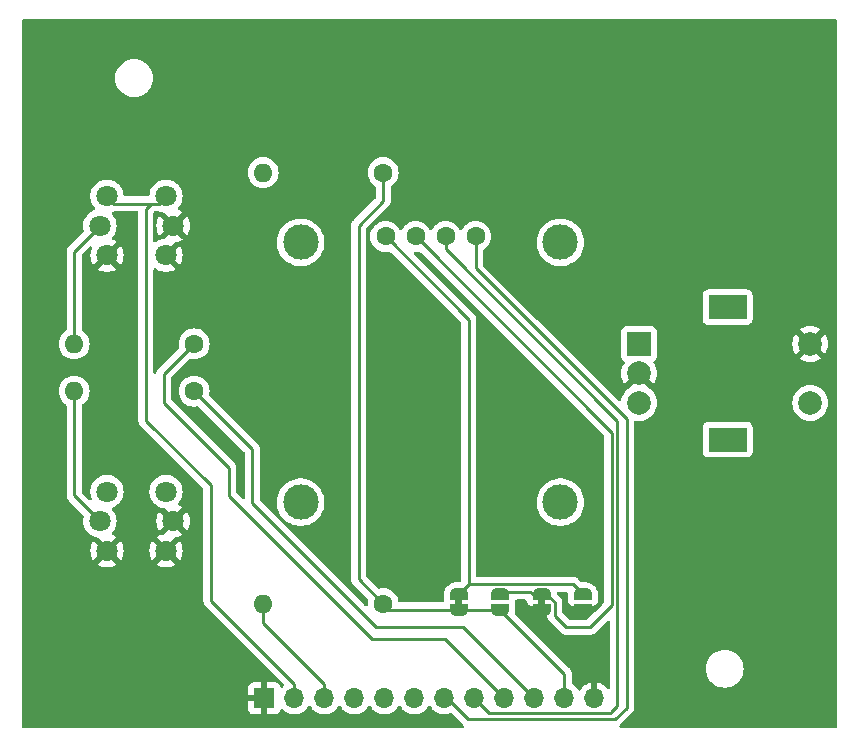
<source format=gbl>
G04 #@! TF.GenerationSoftware,KiCad,Pcbnew,(7.0.0)*
G04 #@! TF.CreationDate,2023-02-26T23:15:00-06:00*
G04 #@! TF.ProjectId,KosmoClockUI,4b6f736d-6f43-46c6-9f63-6b55492e6b69,rev?*
G04 #@! TF.SameCoordinates,Original*
G04 #@! TF.FileFunction,Copper,L2,Bot*
G04 #@! TF.FilePolarity,Positive*
%FSLAX46Y46*%
G04 Gerber Fmt 4.6, Leading zero omitted, Abs format (unit mm)*
G04 Created by KiCad (PCBNEW (7.0.0)) date 2023-02-26 23:15:00*
%MOMM*%
%LPD*%
G01*
G04 APERTURE LIST*
G04 Aperture macros list*
%AMFreePoly0*
4,1,19,0.500000,-0.750000,0.000000,-0.750000,0.000000,-0.744911,-0.071157,-0.744911,-0.207708,-0.704816,-0.327430,-0.627875,-0.420627,-0.520320,-0.479746,-0.390866,-0.500000,-0.250000,-0.500000,0.250000,-0.479746,0.390866,-0.420627,0.520320,-0.327430,0.627875,-0.207708,0.704816,-0.071157,0.744911,0.000000,0.744911,0.000000,0.750000,0.500000,0.750000,0.500000,-0.750000,0.500000,-0.750000,
$1*%
%AMFreePoly1*
4,1,19,0.000000,0.744911,0.071157,0.744911,0.207708,0.704816,0.327430,0.627875,0.420627,0.520320,0.479746,0.390866,0.500000,0.250000,0.500000,-0.250000,0.479746,-0.390866,0.420627,-0.520320,0.327430,-0.627875,0.207708,-0.704816,0.071157,-0.744911,0.000000,-0.744911,0.000000,-0.750000,-0.500000,-0.750000,-0.500000,0.750000,0.000000,0.750000,0.000000,0.744911,0.000000,0.744911,
$1*%
G04 Aperture macros list end*
G04 #@! TA.AperFunction,WasherPad*
%ADD10C,3.000000*%
G04 #@! TD*
G04 #@! TA.AperFunction,ComponentPad*
%ADD11C,1.600000*%
G04 #@! TD*
G04 #@! TA.AperFunction,ComponentPad*
%ADD12C,1.800000*%
G04 #@! TD*
G04 #@! TA.AperFunction,ComponentPad*
%ADD13R,2.000000X2.000000*%
G04 #@! TD*
G04 #@! TA.AperFunction,ComponentPad*
%ADD14C,2.000000*%
G04 #@! TD*
G04 #@! TA.AperFunction,ComponentPad*
%ADD15R,3.200000X2.000000*%
G04 #@! TD*
G04 #@! TA.AperFunction,SMDPad,CuDef*
%ADD16FreePoly0,90.000000*%
G04 #@! TD*
G04 #@! TA.AperFunction,SMDPad,CuDef*
%ADD17FreePoly1,90.000000*%
G04 #@! TD*
G04 #@! TA.AperFunction,SMDPad,CuDef*
%ADD18FreePoly0,270.000000*%
G04 #@! TD*
G04 #@! TA.AperFunction,SMDPad,CuDef*
%ADD19FreePoly1,270.000000*%
G04 #@! TD*
G04 #@! TA.AperFunction,ComponentPad*
%ADD20O,1.600000X1.600000*%
G04 #@! TD*
G04 #@! TA.AperFunction,ComponentPad*
%ADD21R,1.700000X1.700000*%
G04 #@! TD*
G04 #@! TA.AperFunction,ComponentPad*
%ADD22O,1.700000X1.700000*%
G04 #@! TD*
G04 #@! TA.AperFunction,ViaPad*
%ADD23C,0.800000*%
G04 #@! TD*
G04 #@! TA.AperFunction,Conductor*
%ADD24C,0.250000*%
G04 #@! TD*
G04 APERTURE END LIST*
G36*
X240300000Y-69600000D02*
G01*
X239700000Y-69600000D01*
X239700000Y-69100000D01*
X240300000Y-69100000D01*
X240300000Y-69600000D01*
G37*
G36*
X247300000Y-69600000D02*
G01*
X246700000Y-69600000D01*
X246700000Y-69100000D01*
X247300000Y-69100000D01*
X247300000Y-69600000D01*
G37*
D10*
X226595000Y-38905000D03*
X226595000Y-60905000D03*
X248595000Y-38905000D03*
X248595000Y-60905000D03*
D11*
X233785000Y-38405000D03*
X236325000Y-38405000D03*
X238865000Y-38405000D03*
X241405000Y-38405000D03*
D12*
X210200000Y-35000000D03*
X215200000Y-35000000D03*
X210200000Y-40000000D03*
X215200000Y-40000000D03*
X209600000Y-37500000D03*
X215800000Y-37500000D03*
D13*
X255249999Y-47499999D03*
D14*
X255250000Y-52500000D03*
X255250000Y-50000000D03*
D15*
X262749999Y-44399999D03*
X262749999Y-55599999D03*
D14*
X269750000Y-52500000D03*
X269750000Y-47500000D03*
D12*
X210200000Y-60000000D03*
X215200000Y-60000000D03*
X210200000Y-65000000D03*
X215200000Y-65000000D03*
X209600000Y-62500000D03*
X215800000Y-62500000D03*
D16*
X240000000Y-70000000D03*
D17*
X240000000Y-68700000D03*
D18*
X250500000Y-68700000D03*
D19*
X250500000Y-70000000D03*
D11*
X233580000Y-69500000D03*
D20*
X223419999Y-69499999D03*
D11*
X217580000Y-51500000D03*
D20*
X207419999Y-51499999D03*
D16*
X247000000Y-70000000D03*
D17*
X247000000Y-68700000D03*
D18*
X243500000Y-68700000D03*
D19*
X243500000Y-70000000D03*
D11*
X217580000Y-47500000D03*
D20*
X207419999Y-47499999D03*
D21*
X223524999Y-77499999D03*
D22*
X226064999Y-77499999D03*
X228604999Y-77499999D03*
X231144999Y-77499999D03*
X233684999Y-77499999D03*
X236224999Y-77499999D03*
X238764999Y-77499999D03*
X241304999Y-77499999D03*
X243844999Y-77499999D03*
X246384999Y-77499999D03*
X248924999Y-77499999D03*
X251464999Y-77499999D03*
D11*
X233580000Y-33000000D03*
D20*
X223419999Y-32999999D03*
D23*
X248500000Y-72700000D03*
X251500000Y-66200000D03*
D24*
X252000000Y-69400000D02*
X252000000Y-66700000D01*
X251400000Y-70000000D02*
X252000000Y-69400000D01*
X247000000Y-71200000D02*
X248500000Y-72700000D01*
X250500000Y-70000000D02*
X251400000Y-70000000D01*
X252000000Y-66700000D02*
X251500000Y-66200000D01*
X247000000Y-70000000D02*
X247000000Y-71200000D01*
X213500000Y-53988000D02*
X219000000Y-59488000D01*
X215200000Y-35000000D02*
X214584300Y-35615700D01*
X210815700Y-35615700D02*
X210200000Y-35000000D01*
X213500000Y-36084300D02*
X213500000Y-53988000D01*
X219000000Y-69259700D02*
X226065000Y-76324700D01*
X213968600Y-35615700D02*
X213500000Y-36084300D01*
X213968600Y-35615700D02*
X210815700Y-35615700D01*
X219000000Y-59488000D02*
X219000000Y-69259700D01*
X214584300Y-35615700D02*
X213968600Y-35615700D01*
X226065000Y-76324700D02*
X226065000Y-77500000D01*
X228605000Y-77500000D02*
X228605000Y-76324700D01*
X223420000Y-71139700D02*
X223420000Y-69500000D01*
X228605000Y-76324700D02*
X223420000Y-71139700D01*
X240800000Y-79300000D02*
X253200000Y-79300000D01*
X239000000Y-77500000D02*
X240800000Y-79300000D01*
X254200000Y-78300000D02*
X254200000Y-53900000D01*
X241405000Y-41105000D02*
X241405000Y-38405000D01*
X253200000Y-79300000D02*
X254200000Y-78300000D01*
X238765000Y-77500000D02*
X239000000Y-77500000D01*
X254200000Y-53900000D02*
X241405000Y-41105000D01*
X242520400Y-78715400D02*
X252900000Y-78715400D01*
X252900000Y-78715400D02*
X252900000Y-78700000D01*
X238865000Y-39465000D02*
X238865000Y-38405000D01*
X253400000Y-78200000D02*
X253400000Y-54000000D01*
X252900000Y-78700000D02*
X253400000Y-78200000D01*
X241305000Y-77500000D02*
X242520400Y-78715400D01*
X253400000Y-54000000D02*
X238865000Y-39465000D01*
X215000000Y-52500000D02*
X220500000Y-58000000D01*
X238845000Y-72500000D02*
X243845000Y-77500000D01*
X220500000Y-58000000D02*
X220500000Y-60351604D01*
X215000000Y-50080000D02*
X215000000Y-52500000D01*
X220500000Y-60351604D02*
X232648396Y-72500000D01*
X232648396Y-72500000D02*
X238845000Y-72500000D01*
X217580000Y-47500000D02*
X215000000Y-50080000D01*
X246385000Y-77500000D02*
X240385000Y-71500000D01*
X233000000Y-71500000D02*
X222500000Y-61000000D01*
X222500000Y-56420000D02*
X217580000Y-51500000D01*
X222500000Y-61000000D02*
X222500000Y-56420000D01*
X240385000Y-71500000D02*
X233000000Y-71500000D01*
X233580000Y-69500000D02*
X234080000Y-70000000D01*
X233580000Y-33000000D02*
X233580000Y-35420000D01*
X243500000Y-70000000D02*
X248925000Y-75425000D01*
X231500000Y-37500000D02*
X231500000Y-67420000D01*
X240000000Y-70000000D02*
X243500000Y-70000000D01*
X233580000Y-35420000D02*
X231500000Y-37500000D01*
X234080000Y-70000000D02*
X240000000Y-70000000D01*
X231500000Y-67420000D02*
X233580000Y-69500000D01*
X248925000Y-75425000D02*
X248925000Y-77500000D01*
X240835900Y-45455900D02*
X233785000Y-38405000D01*
X240835900Y-67864100D02*
X240000000Y-68700000D01*
X249664100Y-67864100D02*
X240835900Y-67864100D01*
X240835900Y-67864100D02*
X240835900Y-45455900D01*
X250500000Y-68700000D02*
X249664100Y-67864100D01*
X252950480Y-69649520D02*
X252950480Y-55030480D01*
X246240100Y-68700000D02*
X247408940Y-68700000D01*
X246040100Y-68500000D02*
X246240100Y-68700000D01*
X248100000Y-69391060D02*
X248100000Y-70500000D01*
X243908940Y-68700000D02*
X244108940Y-68500000D01*
X251100000Y-71500000D02*
X252950480Y-69649520D01*
X243500000Y-68700000D02*
X243908940Y-68700000D01*
X244108940Y-68500000D02*
X246040100Y-68500000D01*
X249100000Y-71500000D02*
X251100000Y-71500000D01*
X248100000Y-70500000D02*
X249100000Y-71500000D01*
X252950480Y-55030480D02*
X236325000Y-38405000D01*
X247408940Y-68700000D02*
X248100000Y-69391060D01*
X207420000Y-39680000D02*
X209600000Y-37500000D01*
X207420000Y-47500000D02*
X207420000Y-39680000D01*
X207420000Y-60320000D02*
X207420000Y-51500000D01*
X209600000Y-62500000D02*
X207420000Y-60320000D01*
G04 #@! TA.AperFunction,Conductor*
G36*
X271936500Y-20017381D02*
G01*
X271982619Y-20063500D01*
X271999500Y-20126500D01*
X271999500Y-79873500D01*
X271982619Y-79936500D01*
X271936500Y-79982619D01*
X271873500Y-79999500D01*
X253702782Y-79999500D01*
X253642080Y-79983914D01*
X253596395Y-79941012D01*
X253577030Y-79881408D01*
X253588776Y-79819847D01*
X253625182Y-79775843D01*
X253624914Y-79775558D01*
X253627174Y-79773435D01*
X253628724Y-79771562D01*
X253637107Y-79765472D01*
X253665294Y-79731397D01*
X253673272Y-79722630D01*
X254592259Y-78803643D01*
X254600533Y-78796114D01*
X254607018Y-78792000D01*
X254653676Y-78742312D01*
X254656368Y-78739534D01*
X254676135Y-78719769D01*
X254678589Y-78716604D01*
X254686310Y-78707559D01*
X254716586Y-78675321D01*
X254726345Y-78657567D01*
X254737198Y-78641045D01*
X254749614Y-78625040D01*
X254767177Y-78584450D01*
X254772388Y-78573815D01*
X254793695Y-78535060D01*
X254798732Y-78515442D01*
X254805138Y-78496730D01*
X254810032Y-78485421D01*
X254813181Y-78478145D01*
X254820096Y-78434477D01*
X254822504Y-78422853D01*
X254833500Y-78380030D01*
X254833500Y-78359776D01*
X254835051Y-78340065D01*
X254836980Y-78327885D01*
X254838220Y-78320057D01*
X254834058Y-78276038D01*
X254833500Y-78264181D01*
X254833500Y-75000000D01*
X260894551Y-75000000D01*
X260894939Y-75004930D01*
X260913928Y-75246214D01*
X260913929Y-75246222D01*
X260914317Y-75251148D01*
X260915471Y-75255956D01*
X260915472Y-75255960D01*
X260971971Y-75491298D01*
X260971972Y-75491303D01*
X260973127Y-75496111D01*
X260975020Y-75500681D01*
X260975021Y-75500684D01*
X261037076Y-75650499D01*
X261069534Y-75728859D01*
X261072119Y-75733078D01*
X261072120Y-75733079D01*
X261194838Y-75933337D01*
X261201164Y-75943659D01*
X261364776Y-76135224D01*
X261556341Y-76298836D01*
X261771141Y-76430466D01*
X262003889Y-76526873D01*
X262248852Y-76585683D01*
X262437118Y-76600500D01*
X262560413Y-76600500D01*
X262562882Y-76600500D01*
X262751148Y-76585683D01*
X262996111Y-76526873D01*
X263228859Y-76430466D01*
X263443659Y-76298836D01*
X263635224Y-76135224D01*
X263798836Y-75943659D01*
X263930466Y-75728859D01*
X264026873Y-75496111D01*
X264085683Y-75251148D01*
X264105449Y-75000000D01*
X264085683Y-74748852D01*
X264026873Y-74503889D01*
X263930466Y-74271141D01*
X263798836Y-74056341D01*
X263635224Y-73864776D01*
X263443659Y-73701164D01*
X263228859Y-73569534D01*
X262996111Y-73473127D01*
X262991303Y-73471972D01*
X262991298Y-73471971D01*
X262755960Y-73415472D01*
X262755956Y-73415471D01*
X262751148Y-73414317D01*
X262746222Y-73413929D01*
X262746214Y-73413928D01*
X262565338Y-73399693D01*
X262565330Y-73399692D01*
X262562882Y-73399500D01*
X262437118Y-73399500D01*
X262434670Y-73399692D01*
X262434661Y-73399693D01*
X262253785Y-73413928D01*
X262253775Y-73413929D01*
X262248852Y-73414317D01*
X262244045Y-73415471D01*
X262244039Y-73415472D01*
X262008701Y-73471971D01*
X262008692Y-73471973D01*
X262003889Y-73473127D01*
X261999321Y-73475018D01*
X261999315Y-73475021D01*
X261775715Y-73567639D01*
X261775710Y-73567641D01*
X261771141Y-73569534D01*
X261766926Y-73572116D01*
X261766920Y-73572120D01*
X261560558Y-73698579D01*
X261560550Y-73698584D01*
X261556341Y-73701164D01*
X261552580Y-73704375D01*
X261552576Y-73704379D01*
X261368538Y-73861562D01*
X261368531Y-73861568D01*
X261364776Y-73864776D01*
X261361568Y-73868531D01*
X261361562Y-73868538D01*
X261204379Y-74052576D01*
X261204375Y-74052580D01*
X261201164Y-74056341D01*
X261198584Y-74060550D01*
X261198579Y-74060558D01*
X261072120Y-74266920D01*
X261072116Y-74266926D01*
X261069534Y-74271141D01*
X261067641Y-74275710D01*
X261067639Y-74275715D01*
X260975021Y-74499315D01*
X260975018Y-74499321D01*
X260973127Y-74503889D01*
X260971973Y-74508692D01*
X260971971Y-74508701D01*
X260915472Y-74744039D01*
X260914317Y-74748852D01*
X260913929Y-74753775D01*
X260913928Y-74753785D01*
X260898351Y-74951711D01*
X260894551Y-75000000D01*
X254833500Y-75000000D01*
X254833500Y-56648638D01*
X260641500Y-56648638D01*
X260641859Y-56651985D01*
X260641860Y-56651988D01*
X260647168Y-56701367D01*
X260647169Y-56701373D01*
X260648011Y-56709201D01*
X260650762Y-56716578D01*
X260650763Y-56716580D01*
X260695962Y-56837763D01*
X260695964Y-56837766D01*
X260699111Y-56846204D01*
X260704508Y-56853414D01*
X260704510Y-56853417D01*
X260781340Y-56956049D01*
X260786739Y-56963261D01*
X260903796Y-57050889D01*
X261040799Y-57101989D01*
X261101362Y-57108500D01*
X264395269Y-57108500D01*
X264398638Y-57108500D01*
X264459201Y-57101989D01*
X264596204Y-57050889D01*
X264713261Y-56963261D01*
X264800889Y-56846204D01*
X264851989Y-56709201D01*
X264858500Y-56648638D01*
X264858500Y-54551362D01*
X264851989Y-54490799D01*
X264800889Y-54353796D01*
X264791535Y-54341301D01*
X264718659Y-54243950D01*
X264713261Y-54236739D01*
X264706049Y-54231340D01*
X264603417Y-54154510D01*
X264603414Y-54154508D01*
X264596204Y-54149111D01*
X264587766Y-54145964D01*
X264587763Y-54145962D01*
X264466580Y-54100763D01*
X264466578Y-54100762D01*
X264459201Y-54098011D01*
X264451373Y-54097169D01*
X264451367Y-54097168D01*
X264401988Y-54091860D01*
X264401985Y-54091859D01*
X264398638Y-54091500D01*
X261101362Y-54091500D01*
X261098015Y-54091859D01*
X261098011Y-54091860D01*
X261048632Y-54097168D01*
X261048625Y-54097169D01*
X261040799Y-54098011D01*
X261033423Y-54100761D01*
X261033419Y-54100763D01*
X260912236Y-54145962D01*
X260912230Y-54145965D01*
X260903796Y-54149111D01*
X260896588Y-54154506D01*
X260896582Y-54154510D01*
X260793950Y-54231340D01*
X260793946Y-54231343D01*
X260786739Y-54236739D01*
X260781343Y-54243946D01*
X260781340Y-54243950D01*
X260704510Y-54346582D01*
X260704506Y-54346588D01*
X260699111Y-54353796D01*
X260695965Y-54362230D01*
X260695962Y-54362236D01*
X260650763Y-54483419D01*
X260650761Y-54483423D01*
X260648011Y-54490799D01*
X260647169Y-54498625D01*
X260647168Y-54498632D01*
X260641860Y-54548011D01*
X260641500Y-54551362D01*
X260641500Y-56648638D01*
X254833500Y-56648638D01*
X254833500Y-54111201D01*
X254846132Y-54056213D01*
X254881495Y-54012251D01*
X254932498Y-53988128D01*
X254988913Y-53988682D01*
X255013289Y-53994535D01*
X255250000Y-54013165D01*
X255486711Y-53994535D01*
X255717594Y-53939105D01*
X255936963Y-53848240D01*
X256139416Y-53724176D01*
X256319969Y-53569969D01*
X256474176Y-53389416D01*
X256598240Y-53186963D01*
X256689105Y-52967594D01*
X256744535Y-52736711D01*
X256763165Y-52500000D01*
X268236835Y-52500000D01*
X268237223Y-52504930D01*
X268255076Y-52731777D01*
X268255077Y-52731785D01*
X268255465Y-52736711D01*
X268256619Y-52741519D01*
X268256620Y-52741523D01*
X268309739Y-52962781D01*
X268309740Y-52962786D01*
X268310895Y-52967594D01*
X268401760Y-53186963D01*
X268525824Y-53389416D01*
X268680031Y-53569969D01*
X268860584Y-53724176D01*
X269063037Y-53848240D01*
X269282406Y-53939105D01*
X269513289Y-53994535D01*
X269750000Y-54013165D01*
X269986711Y-53994535D01*
X270217594Y-53939105D01*
X270436963Y-53848240D01*
X270639416Y-53724176D01*
X270819969Y-53569969D01*
X270974176Y-53389416D01*
X271098240Y-53186963D01*
X271189105Y-52967594D01*
X271244535Y-52736711D01*
X271263165Y-52500000D01*
X271244535Y-52263289D01*
X271189105Y-52032406D01*
X271098240Y-51813037D01*
X270974176Y-51610584D01*
X270819969Y-51430031D01*
X270816206Y-51426817D01*
X270643175Y-51279034D01*
X270643171Y-51279031D01*
X270639416Y-51275824D01*
X270436963Y-51151760D01*
X270217594Y-51060895D01*
X270212786Y-51059740D01*
X270212781Y-51059739D01*
X269991523Y-51006620D01*
X269991519Y-51006619D01*
X269986711Y-51005465D01*
X269981785Y-51005077D01*
X269981777Y-51005076D01*
X269754930Y-50987223D01*
X269750000Y-50986835D01*
X269745070Y-50987223D01*
X269518222Y-51005076D01*
X269518212Y-51005077D01*
X269513289Y-51005465D01*
X269508482Y-51006619D01*
X269508476Y-51006620D01*
X269287218Y-51059739D01*
X269287209Y-51059741D01*
X269282406Y-51060895D01*
X269277838Y-51062786D01*
X269277832Y-51062789D01*
X269067611Y-51149865D01*
X269067606Y-51149867D01*
X269063037Y-51151760D01*
X269058817Y-51154345D01*
X269058817Y-51154346D01*
X268864798Y-51273241D01*
X268864792Y-51273245D01*
X268860584Y-51275824D01*
X268856834Y-51279026D01*
X268856824Y-51279034D01*
X268683786Y-51426823D01*
X268683779Y-51426829D01*
X268680031Y-51430031D01*
X268676829Y-51433779D01*
X268676823Y-51433786D01*
X268529034Y-51606824D01*
X268529026Y-51606834D01*
X268525824Y-51610584D01*
X268523245Y-51614792D01*
X268523241Y-51614798D01*
X268450561Y-51733401D01*
X268401760Y-51813037D01*
X268399867Y-51817606D01*
X268399865Y-51817611D01*
X268312789Y-52027832D01*
X268312786Y-52027838D01*
X268310895Y-52032406D01*
X268309741Y-52037209D01*
X268309739Y-52037218D01*
X268256620Y-52258476D01*
X268255465Y-52263289D01*
X268255077Y-52268212D01*
X268255076Y-52268222D01*
X268241564Y-52439909D01*
X268236835Y-52500000D01*
X256763165Y-52500000D01*
X256744535Y-52263289D01*
X256689105Y-52032406D01*
X256598240Y-51813037D01*
X256474176Y-51610584D01*
X256319969Y-51430031D01*
X256316213Y-51426823D01*
X256316207Y-51426817D01*
X256161910Y-51295035D01*
X256132325Y-51258069D01*
X256129048Y-51247358D01*
X256113789Y-51222999D01*
X255261729Y-50370939D01*
X255249999Y-50364167D01*
X255238271Y-50370938D01*
X254386209Y-51222999D01*
X254370947Y-51247364D01*
X254367669Y-51258077D01*
X254338089Y-51295036D01*
X254183786Y-51426823D01*
X254183779Y-51426829D01*
X254180031Y-51430031D01*
X254176829Y-51433779D01*
X254176823Y-51433786D01*
X254029034Y-51606824D01*
X254029026Y-51606834D01*
X254025824Y-51610584D01*
X254023245Y-51614792D01*
X254023241Y-51614798D01*
X253950561Y-51733401D01*
X253901760Y-51813037D01*
X253899867Y-51817606D01*
X253899865Y-51817611D01*
X253812789Y-52027832D01*
X253812786Y-52027838D01*
X253810895Y-52032406D01*
X253809741Y-52037209D01*
X253809739Y-52037218D01*
X253756620Y-52258476D01*
X253755465Y-52263289D01*
X253755076Y-52268220D01*
X253754302Y-52273114D01*
X253752498Y-52272828D01*
X253730140Y-52331639D01*
X253673289Y-52373800D01*
X253602676Y-52378659D01*
X253540586Y-52344682D01*
X251200834Y-50004930D01*
X253737725Y-50004930D01*
X253755571Y-50231699D01*
X253757115Y-50241445D01*
X253810216Y-50462626D01*
X253813266Y-50472012D01*
X253900312Y-50682160D01*
X253904793Y-50690955D01*
X254009433Y-50861712D01*
X254017379Y-50869815D01*
X254026999Y-50863789D01*
X255160904Y-49729884D01*
X255217388Y-49697272D01*
X255282610Y-49697272D01*
X255339094Y-49729884D01*
X256472997Y-50863787D01*
X256482619Y-50869814D01*
X256490568Y-50861708D01*
X256595205Y-50690957D01*
X256599686Y-50682162D01*
X256686733Y-50472012D01*
X256689783Y-50462626D01*
X256742884Y-50241445D01*
X256744428Y-50231699D01*
X256762275Y-50004930D01*
X256762275Y-49995070D01*
X256744428Y-49768300D01*
X256742884Y-49758554D01*
X256689783Y-49537373D01*
X256686733Y-49527987D01*
X256599686Y-49317837D01*
X256595205Y-49309042D01*
X256473770Y-49110879D01*
X256475582Y-49109768D01*
X256455777Y-49058598D01*
X256465421Y-48994659D01*
X256505509Y-48943923D01*
X256613261Y-48863261D01*
X256700889Y-48746204D01*
X256705956Y-48732619D01*
X268880183Y-48732619D01*
X268888286Y-48740565D01*
X269059044Y-48845206D01*
X269067839Y-48849687D01*
X269277987Y-48936733D01*
X269287373Y-48939783D01*
X269508554Y-48992884D01*
X269518300Y-48994428D01*
X269745070Y-49012275D01*
X269754930Y-49012275D01*
X269981699Y-48994428D01*
X269991445Y-48992884D01*
X270212626Y-48939783D01*
X270222012Y-48936733D01*
X270432162Y-48849686D01*
X270440957Y-48845205D01*
X270611708Y-48740568D01*
X270619814Y-48732619D01*
X270613787Y-48722997D01*
X269761729Y-47870939D01*
X269749999Y-47864167D01*
X269738271Y-47870938D01*
X268886208Y-48723000D01*
X268880183Y-48732619D01*
X256705956Y-48732619D01*
X256751989Y-48609201D01*
X256758500Y-48548638D01*
X256758500Y-47504930D01*
X268237725Y-47504930D01*
X268255571Y-47731699D01*
X268257115Y-47741445D01*
X268310216Y-47962626D01*
X268313266Y-47972012D01*
X268400312Y-48182160D01*
X268404793Y-48190955D01*
X268509433Y-48361712D01*
X268517379Y-48369816D01*
X268526997Y-48363791D01*
X269379059Y-47511730D01*
X269385832Y-47499999D01*
X270114167Y-47499999D01*
X270120939Y-47511729D01*
X270972997Y-48363787D01*
X270982619Y-48369814D01*
X270990568Y-48361708D01*
X271095205Y-48190957D01*
X271099686Y-48182162D01*
X271186733Y-47972012D01*
X271189783Y-47962626D01*
X271242884Y-47741445D01*
X271244428Y-47731699D01*
X271262275Y-47504930D01*
X271262275Y-47495070D01*
X271244428Y-47268300D01*
X271242884Y-47258554D01*
X271189783Y-47037373D01*
X271186733Y-47027987D01*
X271099687Y-46817839D01*
X271095206Y-46809044D01*
X270990565Y-46638286D01*
X270982619Y-46630183D01*
X270973000Y-46636208D01*
X270120938Y-47488271D01*
X270114167Y-47499999D01*
X269385832Y-47499999D01*
X269379060Y-47488270D01*
X268526999Y-46636209D01*
X268517378Y-46630183D01*
X268509433Y-46638285D01*
X268404793Y-46809044D01*
X268400312Y-46817839D01*
X268313266Y-47027987D01*
X268310216Y-47037373D01*
X268257115Y-47258554D01*
X268255571Y-47268300D01*
X268237725Y-47495070D01*
X268237725Y-47504930D01*
X256758500Y-47504930D01*
X256758500Y-46451362D01*
X256751989Y-46390799D01*
X256705955Y-46267378D01*
X268880183Y-46267378D01*
X268886209Y-46276999D01*
X269738270Y-47129060D01*
X269749999Y-47135832D01*
X269761730Y-47129059D01*
X270613791Y-46276997D01*
X270619816Y-46267379D01*
X270611712Y-46259433D01*
X270440955Y-46154793D01*
X270432160Y-46150312D01*
X270222012Y-46063266D01*
X270212626Y-46060216D01*
X269991445Y-46007115D01*
X269981699Y-46005571D01*
X269754930Y-45987725D01*
X269745070Y-45987725D01*
X269518300Y-46005571D01*
X269508554Y-46007115D01*
X269287373Y-46060216D01*
X269277987Y-46063266D01*
X269067839Y-46150312D01*
X269059044Y-46154793D01*
X268888285Y-46259433D01*
X268880183Y-46267378D01*
X256705955Y-46267378D01*
X256700889Y-46253796D01*
X256666517Y-46207881D01*
X256618659Y-46143950D01*
X256613261Y-46136739D01*
X256606049Y-46131340D01*
X256503417Y-46054510D01*
X256503414Y-46054508D01*
X256496204Y-46049111D01*
X256487766Y-46045964D01*
X256487763Y-46045962D01*
X256366580Y-46000763D01*
X256366578Y-46000762D01*
X256359201Y-45998011D01*
X256351373Y-45997169D01*
X256351367Y-45997168D01*
X256301988Y-45991860D01*
X256301985Y-45991859D01*
X256298638Y-45991500D01*
X254201362Y-45991500D01*
X254198015Y-45991859D01*
X254198011Y-45991860D01*
X254148632Y-45997168D01*
X254148625Y-45997169D01*
X254140799Y-45998011D01*
X254133423Y-46000761D01*
X254133419Y-46000763D01*
X254012236Y-46045962D01*
X254012230Y-46045965D01*
X254003796Y-46049111D01*
X253996588Y-46054506D01*
X253996582Y-46054510D01*
X253893950Y-46131340D01*
X253893946Y-46131343D01*
X253886739Y-46136739D01*
X253881343Y-46143946D01*
X253881340Y-46143950D01*
X253804510Y-46246582D01*
X253804506Y-46246588D01*
X253799111Y-46253796D01*
X253795965Y-46262230D01*
X253795962Y-46262236D01*
X253750763Y-46383419D01*
X253750761Y-46383423D01*
X253748011Y-46390799D01*
X253747169Y-46398625D01*
X253747168Y-46398632D01*
X253741860Y-46448011D01*
X253741500Y-46451362D01*
X253741500Y-48548638D01*
X253741859Y-48551985D01*
X253741860Y-48551988D01*
X253747168Y-48601367D01*
X253747169Y-48601373D01*
X253748011Y-48609201D01*
X253750762Y-48616578D01*
X253750763Y-48616580D01*
X253795962Y-48737763D01*
X253795964Y-48737766D01*
X253799111Y-48746204D01*
X253804508Y-48753414D01*
X253804510Y-48753417D01*
X253881340Y-48856049D01*
X253886739Y-48863261D01*
X253893950Y-48868659D01*
X253994490Y-48943923D01*
X254034535Y-48994559D01*
X254044246Y-49058382D01*
X254024470Y-49109800D01*
X254026230Y-49110879D01*
X253904794Y-49309042D01*
X253900313Y-49317837D01*
X253813266Y-49527987D01*
X253810216Y-49537373D01*
X253757115Y-49758554D01*
X253755571Y-49768300D01*
X253737725Y-49995070D01*
X253737725Y-50004930D01*
X251200834Y-50004930D01*
X247856115Y-46660211D01*
X246644542Y-45448638D01*
X260641500Y-45448638D01*
X260641859Y-45451985D01*
X260641860Y-45451988D01*
X260647168Y-45501367D01*
X260647169Y-45501373D01*
X260648011Y-45509201D01*
X260650762Y-45516578D01*
X260650763Y-45516580D01*
X260695962Y-45637763D01*
X260695964Y-45637766D01*
X260699111Y-45646204D01*
X260704508Y-45653414D01*
X260704510Y-45653417D01*
X260756058Y-45722276D01*
X260786739Y-45763261D01*
X260903796Y-45850889D01*
X261040799Y-45901989D01*
X261101362Y-45908500D01*
X264395269Y-45908500D01*
X264398638Y-45908500D01*
X264459201Y-45901989D01*
X264596204Y-45850889D01*
X264713261Y-45763261D01*
X264800889Y-45646204D01*
X264851989Y-45509201D01*
X264858500Y-45448638D01*
X264858500Y-43351362D01*
X264851989Y-43290799D01*
X264800889Y-43153796D01*
X264713261Y-43036739D01*
X264706049Y-43031340D01*
X264603417Y-42954510D01*
X264603414Y-42954508D01*
X264596204Y-42949111D01*
X264587766Y-42945964D01*
X264587763Y-42945962D01*
X264466580Y-42900763D01*
X264466578Y-42900762D01*
X264459201Y-42898011D01*
X264451373Y-42897169D01*
X264451367Y-42897168D01*
X264401988Y-42891860D01*
X264401985Y-42891859D01*
X264398638Y-42891500D01*
X261101362Y-42891500D01*
X261098015Y-42891859D01*
X261098011Y-42891860D01*
X261048632Y-42897168D01*
X261048625Y-42897169D01*
X261040799Y-42898011D01*
X261033423Y-42900761D01*
X261033419Y-42900763D01*
X260912236Y-42945962D01*
X260912230Y-42945965D01*
X260903796Y-42949111D01*
X260896588Y-42954506D01*
X260896582Y-42954510D01*
X260793950Y-43031340D01*
X260793946Y-43031343D01*
X260786739Y-43036739D01*
X260781343Y-43043946D01*
X260781340Y-43043950D01*
X260704510Y-43146582D01*
X260704506Y-43146588D01*
X260699111Y-43153796D01*
X260695965Y-43162230D01*
X260695962Y-43162236D01*
X260650763Y-43283419D01*
X260650761Y-43283423D01*
X260648011Y-43290799D01*
X260647169Y-43298625D01*
X260647168Y-43298632D01*
X260641860Y-43348011D01*
X260641500Y-43351362D01*
X260641500Y-45448638D01*
X246644542Y-45448638D01*
X242075405Y-40879500D01*
X242048091Y-40838623D01*
X242038500Y-40790405D01*
X242038500Y-39624394D01*
X242052737Y-39566214D01*
X242092229Y-39521181D01*
X242130224Y-39494576D01*
X242249300Y-39411198D01*
X242411198Y-39249300D01*
X242542523Y-39061749D01*
X242615616Y-38905000D01*
X246581807Y-38905000D01*
X246582101Y-38909298D01*
X246592187Y-39056758D01*
X246600558Y-39179130D01*
X246601431Y-39183331D01*
X246601432Y-39183338D01*
X246638607Y-39362231D01*
X246656462Y-39448153D01*
X246657899Y-39452196D01*
X246657902Y-39452207D01*
X246747037Y-39703008D01*
X246747040Y-39703015D01*
X246748477Y-39707058D01*
X246750451Y-39710869D01*
X246750453Y-39710872D01*
X246872906Y-39947197D01*
X246872909Y-39947202D01*
X246874889Y-39951023D01*
X247033343Y-40175502D01*
X247220889Y-40376314D01*
X247434031Y-40549718D01*
X247668800Y-40692484D01*
X247920823Y-40801953D01*
X248185404Y-40876085D01*
X248457615Y-40913500D01*
X248728080Y-40913500D01*
X248732385Y-40913500D01*
X249004596Y-40876085D01*
X249269177Y-40801953D01*
X249521200Y-40692484D01*
X249755969Y-40549718D01*
X249969111Y-40376314D01*
X250156657Y-40175502D01*
X250315111Y-39951023D01*
X250441523Y-39707058D01*
X250533538Y-39448153D01*
X250589442Y-39179130D01*
X250608193Y-38905000D01*
X250589442Y-38630870D01*
X250533538Y-38361847D01*
X250441523Y-38102942D01*
X250315111Y-37858977D01*
X250156657Y-37634498D01*
X249969111Y-37433686D01*
X249841282Y-37329689D01*
X249759304Y-37262995D01*
X249759301Y-37262993D01*
X249755969Y-37260282D01*
X249521200Y-37117516D01*
X249517259Y-37115804D01*
X249517253Y-37115801D01*
X249273112Y-37009756D01*
X249273109Y-37009755D01*
X249269177Y-37008047D01*
X249265052Y-37006891D01*
X249265043Y-37006888D01*
X249008742Y-36935076D01*
X249008732Y-36935074D01*
X249004596Y-36933915D01*
X249000335Y-36933329D01*
X249000324Y-36933327D01*
X248736653Y-36897086D01*
X248736643Y-36897085D01*
X248732385Y-36896500D01*
X248457615Y-36896500D01*
X248453357Y-36897085D01*
X248453346Y-36897086D01*
X248189675Y-36933327D01*
X248189661Y-36933329D01*
X248185404Y-36933915D01*
X248181269Y-36935073D01*
X248181257Y-36935076D01*
X247924956Y-37006888D01*
X247924942Y-37006892D01*
X247920823Y-37008047D01*
X247916895Y-37009753D01*
X247916887Y-37009756D01*
X247672746Y-37115801D01*
X247672733Y-37115807D01*
X247668800Y-37117516D01*
X247665129Y-37119748D01*
X247665122Y-37119752D01*
X247437704Y-37258048D01*
X247437699Y-37258050D01*
X247434031Y-37260282D01*
X247430704Y-37262988D01*
X247430695Y-37262995D01*
X247224225Y-37430971D01*
X247224217Y-37430978D01*
X247220889Y-37433686D01*
X247217957Y-37436824D01*
X247217952Y-37436830D01*
X247036282Y-37631350D01*
X247036274Y-37631358D01*
X247033343Y-37634498D01*
X247030863Y-37638010D01*
X247030860Y-37638015D01*
X246877375Y-37855454D01*
X246877370Y-37855462D01*
X246874889Y-37858977D01*
X246872913Y-37862790D01*
X246872906Y-37862802D01*
X246750453Y-38099127D01*
X246750449Y-38099136D01*
X246748477Y-38102942D01*
X246747042Y-38106978D01*
X246747037Y-38106991D01*
X246657902Y-38357792D01*
X246657897Y-38357807D01*
X246656462Y-38361847D01*
X246655587Y-38366054D01*
X246655587Y-38366057D01*
X246601432Y-38626661D01*
X246601430Y-38626670D01*
X246600558Y-38630870D01*
X246600264Y-38635157D01*
X246600264Y-38635163D01*
X246585279Y-38854243D01*
X246581807Y-38905000D01*
X242615616Y-38905000D01*
X242639284Y-38854243D01*
X242698543Y-38633087D01*
X242718498Y-38405000D01*
X242698543Y-38176913D01*
X242639284Y-37955757D01*
X242542523Y-37748251D01*
X242535066Y-37737602D01*
X242504980Y-37694634D01*
X242411198Y-37560700D01*
X242249300Y-37398802D01*
X242112851Y-37303259D01*
X242066257Y-37270633D01*
X242066252Y-37270630D01*
X242061749Y-37267477D01*
X242056761Y-37265151D01*
X241859225Y-37173039D01*
X241859223Y-37173038D01*
X241854243Y-37170716D01*
X241633087Y-37111457D01*
X241627611Y-37110977D01*
X241627606Y-37110977D01*
X241410475Y-37091981D01*
X241405000Y-37091502D01*
X241399525Y-37091981D01*
X241182393Y-37110977D01*
X241182386Y-37110978D01*
X241176913Y-37111457D01*
X241171599Y-37112880D01*
X241171598Y-37112881D01*
X240961067Y-37169293D01*
X240961065Y-37169293D01*
X240955757Y-37170716D01*
X240950779Y-37173036D01*
X240950774Y-37173039D01*
X240753238Y-37265151D01*
X240753233Y-37265153D01*
X240748251Y-37267477D01*
X240743752Y-37270627D01*
X240743742Y-37270633D01*
X240565211Y-37395643D01*
X240565208Y-37395645D01*
X240560700Y-37398802D01*
X240556808Y-37402693D01*
X240556802Y-37402699D01*
X240402699Y-37556802D01*
X240402693Y-37556808D01*
X240398802Y-37560700D01*
X240395645Y-37565208D01*
X240395643Y-37565211D01*
X240270633Y-37743742D01*
X240270627Y-37743752D01*
X240267477Y-37748251D01*
X240265153Y-37753233D01*
X240265151Y-37753238D01*
X240249195Y-37787457D01*
X240202700Y-37840474D01*
X240135000Y-37860207D01*
X240067300Y-37840474D01*
X240020805Y-37787457D01*
X240010975Y-37766376D01*
X240002523Y-37748251D01*
X239995066Y-37737602D01*
X239964980Y-37694634D01*
X239871198Y-37560700D01*
X239709300Y-37398802D01*
X239572851Y-37303259D01*
X239526257Y-37270633D01*
X239526252Y-37270630D01*
X239521749Y-37267477D01*
X239516761Y-37265151D01*
X239319225Y-37173039D01*
X239319223Y-37173038D01*
X239314243Y-37170716D01*
X239093087Y-37111457D01*
X239087611Y-37110977D01*
X239087606Y-37110977D01*
X238870475Y-37091981D01*
X238865000Y-37091502D01*
X238859525Y-37091981D01*
X238642393Y-37110977D01*
X238642386Y-37110978D01*
X238636913Y-37111457D01*
X238631599Y-37112880D01*
X238631598Y-37112881D01*
X238421067Y-37169293D01*
X238421065Y-37169293D01*
X238415757Y-37170716D01*
X238410779Y-37173036D01*
X238410774Y-37173039D01*
X238213238Y-37265151D01*
X238213233Y-37265153D01*
X238208251Y-37267477D01*
X238203752Y-37270627D01*
X238203742Y-37270633D01*
X238025211Y-37395643D01*
X238025208Y-37395645D01*
X238020700Y-37398802D01*
X238016808Y-37402693D01*
X238016802Y-37402699D01*
X237862699Y-37556802D01*
X237862693Y-37556808D01*
X237858802Y-37560700D01*
X237855645Y-37565208D01*
X237855643Y-37565211D01*
X237730633Y-37743742D01*
X237730627Y-37743752D01*
X237727477Y-37748251D01*
X237725153Y-37753233D01*
X237725151Y-37753238D01*
X237709195Y-37787457D01*
X237662700Y-37840474D01*
X237595000Y-37860207D01*
X237527300Y-37840474D01*
X237480805Y-37787457D01*
X237470975Y-37766376D01*
X237462523Y-37748251D01*
X237455066Y-37737602D01*
X237424980Y-37694634D01*
X237331198Y-37560700D01*
X237169300Y-37398802D01*
X237032851Y-37303259D01*
X236986257Y-37270633D01*
X236986252Y-37270630D01*
X236981749Y-37267477D01*
X236976761Y-37265151D01*
X236779225Y-37173039D01*
X236779223Y-37173038D01*
X236774243Y-37170716D01*
X236553087Y-37111457D01*
X236547611Y-37110977D01*
X236547606Y-37110977D01*
X236330475Y-37091981D01*
X236325000Y-37091502D01*
X236319525Y-37091981D01*
X236102393Y-37110977D01*
X236102386Y-37110978D01*
X236096913Y-37111457D01*
X236091599Y-37112880D01*
X236091598Y-37112881D01*
X235881067Y-37169293D01*
X235881065Y-37169293D01*
X235875757Y-37170716D01*
X235870779Y-37173036D01*
X235870774Y-37173039D01*
X235673238Y-37265151D01*
X235673233Y-37265153D01*
X235668251Y-37267477D01*
X235663752Y-37270627D01*
X235663742Y-37270633D01*
X235485211Y-37395643D01*
X235485208Y-37395645D01*
X235480700Y-37398802D01*
X235476808Y-37402693D01*
X235476802Y-37402699D01*
X235322699Y-37556802D01*
X235322693Y-37556808D01*
X235318802Y-37560700D01*
X235315645Y-37565208D01*
X235315643Y-37565211D01*
X235190633Y-37743742D01*
X235190627Y-37743752D01*
X235187477Y-37748251D01*
X235185153Y-37753233D01*
X235185151Y-37753238D01*
X235169195Y-37787457D01*
X235122700Y-37840474D01*
X235055000Y-37860207D01*
X234987300Y-37840474D01*
X234940805Y-37787457D01*
X234930975Y-37766376D01*
X234922523Y-37748251D01*
X234915066Y-37737602D01*
X234884980Y-37694634D01*
X234791198Y-37560700D01*
X234629300Y-37398802D01*
X234492851Y-37303259D01*
X234446257Y-37270633D01*
X234446252Y-37270630D01*
X234441749Y-37267477D01*
X234436761Y-37265151D01*
X234239225Y-37173039D01*
X234239223Y-37173038D01*
X234234243Y-37170716D01*
X234013087Y-37111457D01*
X234007611Y-37110977D01*
X234007606Y-37110977D01*
X233790475Y-37091981D01*
X233785000Y-37091502D01*
X233779525Y-37091981D01*
X233562393Y-37110977D01*
X233562386Y-37110978D01*
X233556913Y-37111457D01*
X233551599Y-37112880D01*
X233551598Y-37112881D01*
X233341067Y-37169293D01*
X233341065Y-37169293D01*
X233335757Y-37170716D01*
X233330779Y-37173036D01*
X233330774Y-37173039D01*
X233133238Y-37265151D01*
X233133233Y-37265153D01*
X233128251Y-37267477D01*
X233123752Y-37270627D01*
X233123742Y-37270633D01*
X232945211Y-37395643D01*
X232945208Y-37395645D01*
X232940700Y-37398802D01*
X232936808Y-37402693D01*
X232936802Y-37402699D01*
X232782699Y-37556802D01*
X232782693Y-37556808D01*
X232778802Y-37560700D01*
X232775645Y-37565208D01*
X232775643Y-37565211D01*
X232650633Y-37743742D01*
X232650627Y-37743752D01*
X232647477Y-37748251D01*
X232645153Y-37753233D01*
X232645151Y-37753238D01*
X232553039Y-37950774D01*
X232553036Y-37950779D01*
X232550716Y-37955757D01*
X232549293Y-37961065D01*
X232549293Y-37961067D01*
X232510193Y-38106991D01*
X232491457Y-38176913D01*
X232490978Y-38182386D01*
X232490977Y-38182393D01*
X232471988Y-38399443D01*
X232471502Y-38405000D01*
X232471981Y-38410475D01*
X232490894Y-38626661D01*
X232491457Y-38633087D01*
X232550716Y-38854243D01*
X232553038Y-38859223D01*
X232553039Y-38859225D01*
X232629195Y-39022543D01*
X232647477Y-39061749D01*
X232650630Y-39066252D01*
X232650633Y-39066257D01*
X232726662Y-39174836D01*
X232778802Y-39249300D01*
X232940700Y-39411198D01*
X233059776Y-39494576D01*
X233119633Y-39536489D01*
X233128251Y-39542523D01*
X233335757Y-39639284D01*
X233556913Y-39698543D01*
X233785000Y-39718498D01*
X234013087Y-39698543D01*
X234032053Y-39693460D01*
X234076541Y-39681541D01*
X234141764Y-39681540D01*
X234198248Y-39714152D01*
X240165495Y-45681399D01*
X240192809Y-45722276D01*
X240202400Y-45770494D01*
X240202400Y-67549506D01*
X240192809Y-67597724D01*
X240165495Y-67638601D01*
X240154730Y-67649366D01*
X240113853Y-67676680D01*
X240065635Y-67686271D01*
X239826397Y-67686271D01*
X239817408Y-67685950D01*
X239754488Y-67681450D01*
X239750000Y-67681129D01*
X239745512Y-67681450D01*
X239679125Y-67686197D01*
X239679097Y-67686200D01*
X239676888Y-67686358D01*
X239674669Y-67686676D01*
X239674660Y-67686678D01*
X239536807Y-67706498D01*
X239536785Y-67706501D01*
X239534573Y-67706820D01*
X239532386Y-67707295D01*
X239532368Y-67707299D01*
X239467348Y-67721444D01*
X239467344Y-67721444D01*
X239462950Y-67722401D01*
X239458748Y-67723967D01*
X239458735Y-67723972D01*
X239396370Y-67747233D01*
X239396349Y-67747241D01*
X239394273Y-67748016D01*
X239392253Y-67748938D01*
X239392230Y-67748948D01*
X239267584Y-67805873D01*
X239267579Y-67805875D01*
X239263488Y-67807744D01*
X239259708Y-67810172D01*
X239259701Y-67810177D01*
X239144263Y-67884364D01*
X239144252Y-67884371D01*
X239140482Y-67886795D01*
X239137086Y-67889736D01*
X239137084Y-67889739D01*
X239033528Y-67979469D01*
X239033514Y-67979481D01*
X239031821Y-67980949D01*
X239030237Y-67982532D01*
X239030223Y-67982546D01*
X238983172Y-68029596D01*
X238983165Y-68029603D01*
X238979989Y-68032780D01*
X238977298Y-68036374D01*
X238977290Y-68036384D01*
X238937415Y-68089651D01*
X238937399Y-68089672D01*
X238936062Y-68091460D01*
X238934847Y-68093349D01*
X238934839Y-68093362D01*
X238860763Y-68208627D01*
X238860758Y-68208634D01*
X238858330Y-68212414D01*
X238856465Y-68216497D01*
X238856461Y-68216505D01*
X238799455Y-68341330D01*
X238799449Y-68341344D01*
X238797587Y-68345423D01*
X238796321Y-68349731D01*
X238796318Y-68349742D01*
X238758349Y-68479055D01*
X238757080Y-68483378D01*
X238756440Y-68487826D01*
X238756439Y-68487833D01*
X238736910Y-68623663D01*
X238736909Y-68623670D01*
X238736271Y-68628111D01*
X238736271Y-69200000D01*
X238736807Y-69204073D01*
X238736808Y-69204084D01*
X238739438Y-69224053D01*
X238728711Y-69293749D01*
X238682216Y-69346767D01*
X238614516Y-69366500D01*
X234995461Y-69366500D01*
X234938905Y-69353094D01*
X234894384Y-69315729D01*
X234875289Y-69271444D01*
X234873543Y-69271913D01*
X234814284Y-69050757D01*
X234717523Y-68843251D01*
X234586198Y-68655700D01*
X234424300Y-68493802D01*
X234350496Y-68442123D01*
X234241257Y-68365633D01*
X234241252Y-68365630D01*
X234236749Y-68362477D01*
X234209439Y-68349742D01*
X234034225Y-68268039D01*
X234034223Y-68268038D01*
X234029243Y-68265716D01*
X233808087Y-68206457D01*
X233802611Y-68205977D01*
X233802606Y-68205977D01*
X233585475Y-68186981D01*
X233580000Y-68186502D01*
X233574525Y-68186981D01*
X233357393Y-68205977D01*
X233357386Y-68205978D01*
X233351913Y-68206457D01*
X233346607Y-68207878D01*
X233346594Y-68207881D01*
X233288457Y-68223459D01*
X233223235Y-68223458D01*
X233166752Y-68190847D01*
X232170405Y-67194500D01*
X232143091Y-67153623D01*
X232133500Y-67105405D01*
X232133500Y-37814594D01*
X232143091Y-37766376D01*
X232170402Y-37725501D01*
X233972269Y-35923633D01*
X233980533Y-35916114D01*
X233987018Y-35912000D01*
X234033676Y-35862312D01*
X234036368Y-35859534D01*
X234056134Y-35839770D01*
X234058601Y-35836588D01*
X234066310Y-35827561D01*
X234096586Y-35795321D01*
X234106345Y-35777567D01*
X234117199Y-35761043D01*
X234129613Y-35745041D01*
X234147167Y-35704475D01*
X234152392Y-35693808D01*
X234169875Y-35662008D01*
X234169874Y-35662008D01*
X234173695Y-35655060D01*
X234178732Y-35635442D01*
X234185138Y-35616730D01*
X234190032Y-35605421D01*
X234193181Y-35598145D01*
X234200096Y-35554477D01*
X234202504Y-35542853D01*
X234211529Y-35507705D01*
X234213500Y-35500030D01*
X234213500Y-35479776D01*
X234215051Y-35460065D01*
X234216980Y-35447885D01*
X234218220Y-35440057D01*
X234214058Y-35396038D01*
X234213500Y-35384181D01*
X234213500Y-34219394D01*
X234227737Y-34161214D01*
X234267229Y-34116181D01*
X234301299Y-34092324D01*
X234424300Y-34006198D01*
X234586198Y-33844300D01*
X234717523Y-33656749D01*
X234814284Y-33449243D01*
X234873543Y-33228087D01*
X234893498Y-33000000D01*
X234873543Y-32771913D01*
X234814284Y-32550757D01*
X234717523Y-32343251D01*
X234586198Y-32155700D01*
X234424300Y-31993802D01*
X234350496Y-31942123D01*
X234241257Y-31865633D01*
X234241252Y-31865630D01*
X234236749Y-31862477D01*
X234029243Y-31765716D01*
X233808087Y-31706457D01*
X233802611Y-31705977D01*
X233802606Y-31705977D01*
X233585475Y-31686981D01*
X233580000Y-31686502D01*
X233574525Y-31686981D01*
X233357393Y-31705977D01*
X233357386Y-31705978D01*
X233351913Y-31706457D01*
X233346599Y-31707880D01*
X233346598Y-31707881D01*
X233136067Y-31764293D01*
X233136065Y-31764293D01*
X233130757Y-31765716D01*
X233125779Y-31768036D01*
X233125774Y-31768039D01*
X232928238Y-31860151D01*
X232928233Y-31860153D01*
X232923251Y-31862477D01*
X232918752Y-31865627D01*
X232918742Y-31865633D01*
X232740211Y-31990643D01*
X232740208Y-31990645D01*
X232735700Y-31993802D01*
X232731808Y-31997693D01*
X232731802Y-31997699D01*
X232577699Y-32151802D01*
X232577693Y-32151808D01*
X232573802Y-32155700D01*
X232570645Y-32160208D01*
X232570643Y-32160211D01*
X232445633Y-32338742D01*
X232445627Y-32338752D01*
X232442477Y-32343251D01*
X232440153Y-32348233D01*
X232440151Y-32348238D01*
X232348039Y-32545774D01*
X232348036Y-32545779D01*
X232345716Y-32550757D01*
X232286457Y-32771913D01*
X232285978Y-32777386D01*
X232285977Y-32777393D01*
X232266988Y-32994443D01*
X232266502Y-33000000D01*
X232286457Y-33228087D01*
X232345716Y-33449243D01*
X232348038Y-33454223D01*
X232348039Y-33454225D01*
X232440151Y-33651761D01*
X232442477Y-33656749D01*
X232445630Y-33661252D01*
X232445633Y-33661257D01*
X232475576Y-33704019D01*
X232573802Y-33844300D01*
X232735700Y-34006198D01*
X232835586Y-34076139D01*
X232892771Y-34116181D01*
X232932263Y-34161214D01*
X232946500Y-34219394D01*
X232946500Y-35105405D01*
X232936909Y-35153623D01*
X232909597Y-35194497D01*
X231476010Y-36628084D01*
X231107742Y-36996352D01*
X231099459Y-37003888D01*
X231092982Y-37008000D01*
X231087563Y-37013769D01*
X231087555Y-37013777D01*
X231046370Y-37057635D01*
X231043621Y-37060472D01*
X231026667Y-37077427D01*
X231026660Y-37077434D01*
X231023865Y-37080230D01*
X231021442Y-37083352D01*
X231021426Y-37083371D01*
X231021365Y-37083451D01*
X231013690Y-37092435D01*
X230988838Y-37118902D01*
X230988835Y-37118904D01*
X230983414Y-37124679D01*
X230979600Y-37131614D01*
X230979592Y-37131627D01*
X230973650Y-37142436D01*
X230962803Y-37158949D01*
X230955243Y-37168695D01*
X230955237Y-37168704D01*
X230950386Y-37174959D01*
X230947242Y-37182223D01*
X230947238Y-37182231D01*
X230932824Y-37215540D01*
X230927604Y-37226195D01*
X230910125Y-37257989D01*
X230910121Y-37257997D01*
X230906305Y-37264940D01*
X230904333Y-37272616D01*
X230904331Y-37272624D01*
X230901266Y-37284562D01*
X230894865Y-37303259D01*
X230889968Y-37314576D01*
X230889966Y-37314581D01*
X230886819Y-37321855D01*
X230885579Y-37329680D01*
X230885577Y-37329689D01*
X230879901Y-37365524D01*
X230877495Y-37377144D01*
X230868471Y-37412289D01*
X230868469Y-37412297D01*
X230866500Y-37419970D01*
X230866500Y-37427899D01*
X230866500Y-37440224D01*
X230864949Y-37459935D01*
X230863019Y-37472114D01*
X230863018Y-37472121D01*
X230861780Y-37479943D01*
X230862525Y-37487826D01*
X230862525Y-37487834D01*
X230865941Y-37523961D01*
X230866500Y-37535819D01*
X230866500Y-67341233D01*
X230865972Y-67352416D01*
X230864298Y-67359909D01*
X230864547Y-67367833D01*
X230864547Y-67367835D01*
X230866438Y-67427986D01*
X230866500Y-67431945D01*
X230866500Y-67459856D01*
X230866995Y-67463774D01*
X230866997Y-67463806D01*
X230867008Y-67463888D01*
X230867937Y-67475697D01*
X230869077Y-67511969D01*
X230869078Y-67511976D01*
X230869327Y-67519889D01*
X230871537Y-67527498D01*
X230871538Y-67527500D01*
X230874978Y-67539342D01*
X230878986Y-67558693D01*
X230881526Y-67578797D01*
X230884444Y-67586169D01*
X230884445Y-67586170D01*
X230897800Y-67619901D01*
X230901645Y-67631130D01*
X230911771Y-67665986D01*
X230911773Y-67665992D01*
X230913982Y-67673593D01*
X230918014Y-67680411D01*
X230918015Y-67680413D01*
X230924293Y-67691029D01*
X230932990Y-67708782D01*
X230940448Y-67727617D01*
X230945107Y-67734030D01*
X230945108Y-67734031D01*
X230966432Y-67763381D01*
X230972948Y-67773301D01*
X230991422Y-67804538D01*
X230995458Y-67811362D01*
X231001062Y-67816966D01*
X231001063Y-67816967D01*
X231009778Y-67825682D01*
X231022618Y-67840715D01*
X231034528Y-67857107D01*
X231040635Y-67862159D01*
X231040636Y-67862160D01*
X231068598Y-67885292D01*
X231077378Y-67893282D01*
X232270847Y-69086751D01*
X232303458Y-69143234D01*
X232303459Y-69208455D01*
X232287882Y-69266591D01*
X232287881Y-69266598D01*
X232286457Y-69271913D01*
X232285978Y-69277386D01*
X232285977Y-69277393D01*
X232269553Y-69465130D01*
X232266502Y-69500000D01*
X232266981Y-69505475D01*
X232266981Y-69505478D01*
X232271861Y-69561265D01*
X232262323Y-69621478D01*
X232225634Y-69670166D01*
X232170381Y-69695930D01*
X232109501Y-69692739D01*
X232057245Y-69661340D01*
X223300905Y-60905000D01*
X224581807Y-60905000D01*
X224582101Y-60909298D01*
X224597891Y-61140148D01*
X224600558Y-61179130D01*
X224601431Y-61183331D01*
X224601432Y-61183338D01*
X224638196Y-61360253D01*
X224656462Y-61448153D01*
X224657899Y-61452196D01*
X224657902Y-61452207D01*
X224747037Y-61703008D01*
X224747040Y-61703015D01*
X224748477Y-61707058D01*
X224750451Y-61710869D01*
X224750453Y-61710872D01*
X224872906Y-61947197D01*
X224872909Y-61947202D01*
X224874889Y-61951023D01*
X225033343Y-62175502D01*
X225220889Y-62376314D01*
X225224225Y-62379028D01*
X225387337Y-62511730D01*
X225434031Y-62549718D01*
X225668800Y-62692484D01*
X225920823Y-62801953D01*
X226185404Y-62876085D01*
X226457615Y-62913500D01*
X226728080Y-62913500D01*
X226732385Y-62913500D01*
X227004596Y-62876085D01*
X227269177Y-62801953D01*
X227521200Y-62692484D01*
X227755969Y-62549718D01*
X227969111Y-62376314D01*
X228156657Y-62175502D01*
X228315111Y-61951023D01*
X228441523Y-61707058D01*
X228533538Y-61448153D01*
X228589442Y-61179130D01*
X228608193Y-60905000D01*
X228589442Y-60630870D01*
X228533538Y-60361847D01*
X228441523Y-60102942D01*
X228315111Y-59858977D01*
X228156657Y-59634498D01*
X227969111Y-59433686D01*
X227965774Y-59430971D01*
X227759304Y-59262995D01*
X227759301Y-59262993D01*
X227755969Y-59260282D01*
X227521200Y-59117516D01*
X227517259Y-59115804D01*
X227517253Y-59115801D01*
X227273112Y-59009756D01*
X227273109Y-59009755D01*
X227269177Y-59008047D01*
X227265052Y-59006891D01*
X227265043Y-59006888D01*
X227008742Y-58935076D01*
X227008732Y-58935074D01*
X227004596Y-58933915D01*
X227000335Y-58933329D01*
X227000324Y-58933327D01*
X226736653Y-58897086D01*
X226736643Y-58897085D01*
X226732385Y-58896500D01*
X226457615Y-58896500D01*
X226453357Y-58897085D01*
X226453346Y-58897086D01*
X226189675Y-58933327D01*
X226189661Y-58933329D01*
X226185404Y-58933915D01*
X226181269Y-58935073D01*
X226181257Y-58935076D01*
X225924956Y-59006888D01*
X225924942Y-59006892D01*
X225920823Y-59008047D01*
X225916895Y-59009753D01*
X225916887Y-59009756D01*
X225672746Y-59115801D01*
X225672733Y-59115807D01*
X225668800Y-59117516D01*
X225665129Y-59119748D01*
X225665122Y-59119752D01*
X225437704Y-59258048D01*
X225437699Y-59258050D01*
X225434031Y-59260282D01*
X225430704Y-59262988D01*
X225430695Y-59262995D01*
X225224225Y-59430971D01*
X225224217Y-59430978D01*
X225220889Y-59433686D01*
X225217957Y-59436824D01*
X225217952Y-59436830D01*
X225036282Y-59631350D01*
X225036274Y-59631358D01*
X225033343Y-59634498D01*
X225030863Y-59638010D01*
X225030860Y-59638015D01*
X224877375Y-59855454D01*
X224877370Y-59855462D01*
X224874889Y-59858977D01*
X224872913Y-59862790D01*
X224872906Y-59862802D01*
X224750453Y-60099127D01*
X224750449Y-60099136D01*
X224748477Y-60102942D01*
X224747042Y-60106978D01*
X224747037Y-60106991D01*
X224657902Y-60357792D01*
X224657897Y-60357807D01*
X224656462Y-60361847D01*
X224655587Y-60366054D01*
X224655587Y-60366057D01*
X224601432Y-60626661D01*
X224601430Y-60626670D01*
X224600558Y-60630870D01*
X224600264Y-60635157D01*
X224600264Y-60635163D01*
X224590733Y-60774500D01*
X224581807Y-60905000D01*
X223300905Y-60905000D01*
X223170405Y-60774500D01*
X223143091Y-60733623D01*
X223133500Y-60685405D01*
X223133500Y-56498768D01*
X223134027Y-56487584D01*
X223135702Y-56480092D01*
X223133561Y-56412001D01*
X223133500Y-56408044D01*
X223133500Y-56384109D01*
X223133500Y-56380144D01*
X223132995Y-56376152D01*
X223132062Y-56364305D01*
X223130674Y-56320111D01*
X223125019Y-56300647D01*
X223121013Y-56281301D01*
X223118474Y-56261203D01*
X223102199Y-56220098D01*
X223098353Y-56208865D01*
X223088229Y-56174018D01*
X223086018Y-56166407D01*
X223075708Y-56148973D01*
X223067007Y-56131213D01*
X223059552Y-56112383D01*
X223033565Y-56076616D01*
X223027047Y-56066693D01*
X223008578Y-56035463D01*
X223004542Y-56028638D01*
X222990218Y-56014314D01*
X222977382Y-55999286D01*
X222965472Y-55982893D01*
X222959367Y-55977842D01*
X222959360Y-55977835D01*
X222931394Y-55954700D01*
X222922615Y-55946711D01*
X218889151Y-51913246D01*
X218856539Y-51856761D01*
X218856539Y-51791541D01*
X218873543Y-51728087D01*
X218893498Y-51500000D01*
X218873543Y-51271913D01*
X218814284Y-51050757D01*
X218717523Y-50843251D01*
X218586198Y-50655700D01*
X218424300Y-50493802D01*
X218282617Y-50394594D01*
X218241257Y-50365633D01*
X218241252Y-50365630D01*
X218236749Y-50362477D01*
X218193702Y-50342404D01*
X218034225Y-50268039D01*
X218034223Y-50268038D01*
X218029243Y-50265716D01*
X217808087Y-50206457D01*
X217802611Y-50205977D01*
X217802606Y-50205977D01*
X217585475Y-50186981D01*
X217580000Y-50186502D01*
X217574525Y-50186981D01*
X217357393Y-50205977D01*
X217357386Y-50205978D01*
X217351913Y-50206457D01*
X217346599Y-50207880D01*
X217346598Y-50207881D01*
X217136067Y-50264293D01*
X217136065Y-50264293D01*
X217130757Y-50265716D01*
X217125779Y-50268036D01*
X217125774Y-50268039D01*
X216928238Y-50360151D01*
X216928233Y-50360153D01*
X216923251Y-50362477D01*
X216918752Y-50365627D01*
X216918742Y-50365633D01*
X216740211Y-50490643D01*
X216740208Y-50490645D01*
X216735700Y-50493802D01*
X216731808Y-50497693D01*
X216731802Y-50497699D01*
X216577699Y-50651802D01*
X216577693Y-50651808D01*
X216573802Y-50655700D01*
X216570645Y-50660208D01*
X216570643Y-50660211D01*
X216445633Y-50838742D01*
X216445627Y-50838752D01*
X216442477Y-50843251D01*
X216440153Y-50848233D01*
X216440151Y-50848238D01*
X216348039Y-51045774D01*
X216348036Y-51045779D01*
X216345716Y-51050757D01*
X216344293Y-51056065D01*
X216344293Y-51056067D01*
X216290164Y-51258077D01*
X216286457Y-51271913D01*
X216285978Y-51277386D01*
X216285977Y-51277393D01*
X216272904Y-51426823D01*
X216266502Y-51500000D01*
X216266981Y-51505475D01*
X216285977Y-51722606D01*
X216285977Y-51722611D01*
X216286457Y-51728087D01*
X216345716Y-51949243D01*
X216442477Y-52156749D01*
X216445630Y-52161252D01*
X216445633Y-52161257D01*
X216462542Y-52185405D01*
X216573802Y-52344300D01*
X216735700Y-52506198D01*
X216814238Y-52561191D01*
X216909396Y-52627822D01*
X216923251Y-52637523D01*
X217130757Y-52734284D01*
X217351913Y-52793543D01*
X217580000Y-52813498D01*
X217808087Y-52793543D01*
X217827053Y-52788460D01*
X217871541Y-52776541D01*
X217936764Y-52776540D01*
X217993248Y-52809152D01*
X221829595Y-56645500D01*
X221856909Y-56686377D01*
X221866500Y-56734595D01*
X221866500Y-60518009D01*
X221852767Y-60575212D01*
X221814561Y-60619945D01*
X221760211Y-60642458D01*
X221701564Y-60637842D01*
X221651405Y-60607104D01*
X221170405Y-60126104D01*
X221143091Y-60085227D01*
X221133500Y-60037009D01*
X221133500Y-58078768D01*
X221134027Y-58067584D01*
X221135702Y-58060092D01*
X221133561Y-57992001D01*
X221133500Y-57988044D01*
X221133500Y-57964109D01*
X221133500Y-57960144D01*
X221132995Y-57956152D01*
X221132062Y-57944305D01*
X221130674Y-57900111D01*
X221125017Y-57880642D01*
X221121013Y-57861302D01*
X221118474Y-57841203D01*
X221102200Y-57800099D01*
X221098356Y-57788872D01*
X221088230Y-57754017D01*
X221088229Y-57754016D01*
X221086019Y-57746407D01*
X221075703Y-57728964D01*
X221067005Y-57711209D01*
X221059552Y-57692383D01*
X221033561Y-57656609D01*
X221027055Y-57646705D01*
X221004542Y-57608638D01*
X220990218Y-57594314D01*
X220977382Y-57579286D01*
X220965472Y-57562893D01*
X220959367Y-57557842D01*
X220959360Y-57557835D01*
X220931394Y-57534700D01*
X220922615Y-57526711D01*
X215670405Y-52274500D01*
X215643091Y-52233623D01*
X215633500Y-52185405D01*
X215633500Y-50394594D01*
X215643091Y-50346376D01*
X215670405Y-50305499D01*
X216399553Y-49576351D01*
X217166753Y-48809150D01*
X217223235Y-48776540D01*
X217288458Y-48776540D01*
X217351913Y-48793543D01*
X217580000Y-48813498D01*
X217808087Y-48793543D01*
X218029243Y-48734284D01*
X218236749Y-48637523D01*
X218424300Y-48506198D01*
X218586198Y-48344300D01*
X218717523Y-48156749D01*
X218814284Y-47949243D01*
X218873543Y-47728087D01*
X218893498Y-47500000D01*
X218873543Y-47271913D01*
X218814284Y-47050757D01*
X218717523Y-46843251D01*
X218586198Y-46655700D01*
X218424300Y-46493802D01*
X218277197Y-46390799D01*
X218241257Y-46365633D01*
X218241252Y-46365630D01*
X218236749Y-46362477D01*
X218053440Y-46276999D01*
X218034225Y-46268039D01*
X218034223Y-46268038D01*
X218029243Y-46265716D01*
X217808087Y-46206457D01*
X217802611Y-46205977D01*
X217802606Y-46205977D01*
X217585475Y-46186981D01*
X217580000Y-46186502D01*
X217574525Y-46186981D01*
X217357393Y-46205977D01*
X217357386Y-46205978D01*
X217351913Y-46206457D01*
X217346599Y-46207880D01*
X217346598Y-46207881D01*
X217136067Y-46264293D01*
X217136065Y-46264293D01*
X217130757Y-46265716D01*
X217125779Y-46268036D01*
X217125774Y-46268039D01*
X216928238Y-46360151D01*
X216928233Y-46360153D01*
X216923251Y-46362477D01*
X216918752Y-46365627D01*
X216918742Y-46365633D01*
X216740211Y-46490643D01*
X216740208Y-46490645D01*
X216735700Y-46493802D01*
X216731808Y-46497693D01*
X216731802Y-46497699D01*
X216577699Y-46651802D01*
X216577693Y-46651808D01*
X216573802Y-46655700D01*
X216570645Y-46660208D01*
X216570643Y-46660211D01*
X216445633Y-46838742D01*
X216445627Y-46838752D01*
X216442477Y-46843251D01*
X216440153Y-46848233D01*
X216440151Y-46848238D01*
X216348039Y-47045774D01*
X216348036Y-47045779D01*
X216345716Y-47050757D01*
X216344293Y-47056065D01*
X216344293Y-47056067D01*
X216287881Y-47266598D01*
X216286457Y-47271913D01*
X216285978Y-47277386D01*
X216285977Y-47277393D01*
X216267528Y-47488270D01*
X216266502Y-47500000D01*
X216286457Y-47728087D01*
X216287881Y-47733401D01*
X216303459Y-47791540D01*
X216303459Y-47856762D01*
X216270847Y-47913246D01*
X214607742Y-49576351D01*
X214599459Y-49583888D01*
X214592982Y-49588000D01*
X214587563Y-49593769D01*
X214587555Y-49593777D01*
X214546370Y-49637635D01*
X214543621Y-49640472D01*
X214526667Y-49657427D01*
X214526660Y-49657434D01*
X214523865Y-49660230D01*
X214521442Y-49663352D01*
X214521426Y-49663371D01*
X214521365Y-49663451D01*
X214513690Y-49672435D01*
X214488838Y-49698902D01*
X214488835Y-49698904D01*
X214483414Y-49704679D01*
X214479600Y-49711614D01*
X214479592Y-49711627D01*
X214473650Y-49722436D01*
X214462803Y-49738949D01*
X214455243Y-49748695D01*
X214455237Y-49748704D01*
X214450386Y-49754959D01*
X214447242Y-49762223D01*
X214447238Y-49762231D01*
X214432824Y-49795540D01*
X214427604Y-49806195D01*
X214410125Y-49837989D01*
X214410121Y-49837997D01*
X214406305Y-49844940D01*
X214404333Y-49852616D01*
X214404331Y-49852624D01*
X214401266Y-49864562D01*
X214394865Y-49883259D01*
X214389968Y-49894576D01*
X214389966Y-49894581D01*
X214386819Y-49901855D01*
X214385580Y-49909675D01*
X214385576Y-49909690D01*
X214383948Y-49919974D01*
X214359462Y-49976967D01*
X214310748Y-50015369D01*
X214249613Y-50025874D01*
X214190875Y-50005934D01*
X214148769Y-49960384D01*
X214133500Y-49900262D01*
X214133500Y-41211868D01*
X214152615Y-41145147D01*
X214204161Y-41098671D01*
X214272498Y-41086540D01*
X214336891Y-41112436D01*
X214423146Y-41179571D01*
X214431839Y-41185250D01*
X214627888Y-41291346D01*
X214637405Y-41295521D01*
X214848241Y-41367901D01*
X214858311Y-41370451D01*
X215078192Y-41407142D01*
X215088541Y-41408000D01*
X215311459Y-41408000D01*
X215321807Y-41407142D01*
X215541688Y-41370451D01*
X215551758Y-41367901D01*
X215762594Y-41295521D01*
X215772111Y-41291346D01*
X215968159Y-41185251D01*
X215976855Y-41179569D01*
X215987181Y-41171532D01*
X215995417Y-41160163D01*
X215988649Y-41147860D01*
X214929884Y-40089095D01*
X214897272Y-40032611D01*
X214897272Y-39999999D01*
X215564167Y-39999999D01*
X215570940Y-40011730D01*
X216349263Y-40790052D01*
X216358797Y-40796072D01*
X216366888Y-40788228D01*
X216439693Y-40676792D01*
X216444636Y-40667657D01*
X216534181Y-40463516D01*
X216537554Y-40453691D01*
X216592275Y-40237602D01*
X216593987Y-40227348D01*
X216612396Y-40005189D01*
X216612396Y-39994811D01*
X216593987Y-39772651D01*
X216592275Y-39762397D01*
X216537554Y-39546308D01*
X216534181Y-39536483D01*
X216444637Y-39332344D01*
X216439689Y-39323200D01*
X216366890Y-39211773D01*
X216358796Y-39203926D01*
X216349262Y-39209947D01*
X215570939Y-39988270D01*
X215564167Y-39999999D01*
X214897272Y-39999999D01*
X214897272Y-39967389D01*
X214929884Y-39910904D01*
X215200000Y-39640789D01*
X215200003Y-39640786D01*
X215935788Y-38905000D01*
X224581807Y-38905000D01*
X224582101Y-38909298D01*
X224592187Y-39056758D01*
X224600558Y-39179130D01*
X224601431Y-39183331D01*
X224601432Y-39183338D01*
X224638607Y-39362231D01*
X224656462Y-39448153D01*
X224657899Y-39452196D01*
X224657902Y-39452207D01*
X224747037Y-39703008D01*
X224747040Y-39703015D01*
X224748477Y-39707058D01*
X224750451Y-39710869D01*
X224750453Y-39710872D01*
X224872906Y-39947197D01*
X224872909Y-39947202D01*
X224874889Y-39951023D01*
X225033343Y-40175502D01*
X225220889Y-40376314D01*
X225434031Y-40549718D01*
X225668800Y-40692484D01*
X225920823Y-40801953D01*
X226185404Y-40876085D01*
X226457615Y-40913500D01*
X226728080Y-40913500D01*
X226732385Y-40913500D01*
X227004596Y-40876085D01*
X227269177Y-40801953D01*
X227521200Y-40692484D01*
X227755969Y-40549718D01*
X227969111Y-40376314D01*
X228156657Y-40175502D01*
X228315111Y-39951023D01*
X228441523Y-39707058D01*
X228533538Y-39448153D01*
X228589442Y-39179130D01*
X228608193Y-38905000D01*
X228589442Y-38630870D01*
X228533538Y-38361847D01*
X228441523Y-38102942D01*
X228315111Y-37858977D01*
X228156657Y-37634498D01*
X227969111Y-37433686D01*
X227841282Y-37329689D01*
X227759304Y-37262995D01*
X227759301Y-37262993D01*
X227755969Y-37260282D01*
X227521200Y-37117516D01*
X227517259Y-37115804D01*
X227517253Y-37115801D01*
X227273112Y-37009756D01*
X227273109Y-37009755D01*
X227269177Y-37008047D01*
X227265052Y-37006891D01*
X227265043Y-37006888D01*
X227008742Y-36935076D01*
X227008732Y-36935074D01*
X227004596Y-36933915D01*
X227000335Y-36933329D01*
X227000324Y-36933327D01*
X226736653Y-36897086D01*
X226736643Y-36897085D01*
X226732385Y-36896500D01*
X226457615Y-36896500D01*
X226453357Y-36897085D01*
X226453346Y-36897086D01*
X226189675Y-36933327D01*
X226189661Y-36933329D01*
X226185404Y-36933915D01*
X226181269Y-36935073D01*
X226181257Y-36935076D01*
X225924956Y-37006888D01*
X225924942Y-37006892D01*
X225920823Y-37008047D01*
X225916895Y-37009753D01*
X225916887Y-37009756D01*
X225672746Y-37115801D01*
X225672733Y-37115807D01*
X225668800Y-37117516D01*
X225665129Y-37119748D01*
X225665122Y-37119752D01*
X225437704Y-37258048D01*
X225437699Y-37258050D01*
X225434031Y-37260282D01*
X225430704Y-37262988D01*
X225430695Y-37262995D01*
X225224225Y-37430971D01*
X225224217Y-37430978D01*
X225220889Y-37433686D01*
X225217957Y-37436824D01*
X225217952Y-37436830D01*
X225036282Y-37631350D01*
X225036274Y-37631358D01*
X225033343Y-37634498D01*
X225030863Y-37638010D01*
X225030860Y-37638015D01*
X224877375Y-37855454D01*
X224877370Y-37855462D01*
X224874889Y-37858977D01*
X224872913Y-37862790D01*
X224872906Y-37862802D01*
X224750453Y-38099127D01*
X224750449Y-38099136D01*
X224748477Y-38102942D01*
X224747042Y-38106978D01*
X224747037Y-38106991D01*
X224657902Y-38357792D01*
X224657897Y-38357807D01*
X224656462Y-38361847D01*
X224655587Y-38366054D01*
X224655587Y-38366057D01*
X224601432Y-38626661D01*
X224601430Y-38626670D01*
X224600558Y-38630870D01*
X224600264Y-38635157D01*
X224600264Y-38635163D01*
X224585279Y-38854243D01*
X224581807Y-38905000D01*
X215935788Y-38905000D01*
X215958046Y-38882742D01*
X216005000Y-38853093D01*
X216060139Y-38846509D01*
X216112754Y-38864268D01*
X216122699Y-38870333D01*
X216136427Y-38871329D01*
X216141677Y-38870453D01*
X216151764Y-38867899D01*
X216362594Y-38795521D01*
X216372111Y-38791346D01*
X216568159Y-38685251D01*
X216576855Y-38679569D01*
X216587181Y-38671532D01*
X216595417Y-38660162D01*
X216588651Y-38647862D01*
X215811730Y-37870940D01*
X215800000Y-37864167D01*
X215788266Y-37870942D01*
X215041952Y-38617257D01*
X214994998Y-38646906D01*
X214939859Y-38653490D01*
X214887244Y-38635730D01*
X214877300Y-38629664D01*
X214863571Y-38628670D01*
X214858306Y-38629548D01*
X214848245Y-38632097D01*
X214637405Y-38704478D01*
X214627888Y-38708653D01*
X214431839Y-38814749D01*
X214423146Y-38820428D01*
X214336891Y-38887564D01*
X214272498Y-38913460D01*
X214204161Y-38901329D01*
X214152615Y-38854853D01*
X214133500Y-38788132D01*
X214133500Y-37505189D01*
X214387604Y-37505189D01*
X214406012Y-37727348D01*
X214407724Y-37737602D01*
X214462445Y-37953691D01*
X214465818Y-37963516D01*
X214555362Y-38167655D01*
X214560309Y-38176797D01*
X214633108Y-38288225D01*
X214641202Y-38296072D01*
X214650736Y-38290051D01*
X215429059Y-37511728D01*
X215435831Y-37499999D01*
X216164167Y-37499999D01*
X216170939Y-37511728D01*
X216949264Y-38290053D01*
X216958797Y-38296072D01*
X216966888Y-38288228D01*
X217039693Y-38176792D01*
X217044636Y-38167657D01*
X217134181Y-37963516D01*
X217137554Y-37953691D01*
X217192275Y-37737602D01*
X217193987Y-37727348D01*
X217212396Y-37505189D01*
X217212396Y-37494811D01*
X217193987Y-37272651D01*
X217192275Y-37262397D01*
X217137554Y-37046308D01*
X217134181Y-37036483D01*
X217044637Y-36832344D01*
X217039690Y-36823203D01*
X216966890Y-36711773D01*
X216958796Y-36703926D01*
X216949263Y-36709946D01*
X216170940Y-37488268D01*
X216164167Y-37499999D01*
X215435831Y-37499999D01*
X215429058Y-37488268D01*
X214650735Y-36709946D01*
X214641202Y-36703927D01*
X214633108Y-36711773D01*
X214560304Y-36823210D01*
X214555363Y-36832340D01*
X214465818Y-37036483D01*
X214462445Y-37046308D01*
X214407724Y-37262397D01*
X214406012Y-37272651D01*
X214387604Y-37494811D01*
X214387604Y-37505189D01*
X214133500Y-37505189D01*
X214133500Y-36398894D01*
X214143091Y-36350676D01*
X214170405Y-36309799D01*
X214194099Y-36286105D01*
X214234976Y-36258791D01*
X214283194Y-36249200D01*
X214505534Y-36249200D01*
X214516717Y-36249727D01*
X214524209Y-36251402D01*
X214531642Y-36251168D01*
X214579460Y-36265705D01*
X214632273Y-36294287D01*
X214853049Y-36370080D01*
X215024776Y-36398736D01*
X215061703Y-36410989D01*
X215093132Y-36433922D01*
X215788271Y-37129060D01*
X215799999Y-37135831D01*
X215811730Y-37129058D01*
X216588650Y-36352137D01*
X216595417Y-36339836D01*
X216587179Y-36328465D01*
X216576856Y-36320430D01*
X216568161Y-36314749D01*
X216372111Y-36208653D01*
X216362594Y-36204478D01*
X216273766Y-36173984D01*
X216221977Y-36140148D01*
X216192533Y-36085742D01*
X216192534Y-36023879D01*
X216221977Y-35969473D01*
X216315314Y-35868083D01*
X216442984Y-35672669D01*
X216536749Y-35458907D01*
X216594051Y-35232626D01*
X216613327Y-35000000D01*
X216594051Y-34767374D01*
X216536749Y-34541093D01*
X216442984Y-34327331D01*
X216315314Y-34131917D01*
X216195993Y-34002300D01*
X216160752Y-33964018D01*
X216160747Y-33964013D01*
X216157220Y-33960182D01*
X215973017Y-33816810D01*
X215968438Y-33814332D01*
X215968435Y-33814330D01*
X215772312Y-33708194D01*
X215772309Y-33708192D01*
X215767727Y-33705713D01*
X215762799Y-33704021D01*
X215762794Y-33704019D01*
X215551881Y-33631612D01*
X215551875Y-33631610D01*
X215546951Y-33629920D01*
X215541814Y-33629062D01*
X215541811Y-33629062D01*
X215321849Y-33592357D01*
X215321846Y-33592356D01*
X215316712Y-33591500D01*
X215083288Y-33591500D01*
X215078154Y-33592356D01*
X215078150Y-33592357D01*
X214858188Y-33629062D01*
X214858182Y-33629063D01*
X214853049Y-33629920D01*
X214848127Y-33631609D01*
X214848118Y-33631612D01*
X214637205Y-33704019D01*
X214637196Y-33704022D01*
X214632273Y-33705713D01*
X214627694Y-33708190D01*
X214627687Y-33708194D01*
X214431564Y-33814330D01*
X214431556Y-33814335D01*
X214426983Y-33816810D01*
X214422877Y-33820005D01*
X214422869Y-33820011D01*
X214246898Y-33956976D01*
X214246892Y-33956981D01*
X214242780Y-33960182D01*
X214239258Y-33964007D01*
X214239247Y-33964018D01*
X214088214Y-34128084D01*
X214088211Y-34128087D01*
X214084686Y-34131917D01*
X214081838Y-34136275D01*
X214081835Y-34136280D01*
X213959868Y-34322965D01*
X213957016Y-34327331D01*
X213954923Y-34332101D01*
X213954921Y-34332106D01*
X213865344Y-34536320D01*
X213865341Y-34536326D01*
X213863251Y-34541093D01*
X213861973Y-34546137D01*
X213861971Y-34546145D01*
X213807230Y-34762315D01*
X213805949Y-34767374D01*
X213805519Y-34772560D01*
X213805518Y-34772568D01*
X213797726Y-34866606D01*
X213777639Y-34925116D01*
X213732125Y-34967014D01*
X213672156Y-34982200D01*
X211727844Y-34982200D01*
X211667875Y-34967014D01*
X211622361Y-34925116D01*
X211602274Y-34866606D01*
X211594481Y-34772568D01*
X211594051Y-34767374D01*
X211536749Y-34541093D01*
X211442984Y-34327331D01*
X211315314Y-34131917D01*
X211195993Y-34002300D01*
X211160752Y-33964018D01*
X211160747Y-33964013D01*
X211157220Y-33960182D01*
X210973017Y-33816810D01*
X210968438Y-33814332D01*
X210968435Y-33814330D01*
X210772312Y-33708194D01*
X210772309Y-33708192D01*
X210767727Y-33705713D01*
X210762799Y-33704021D01*
X210762794Y-33704019D01*
X210551881Y-33631612D01*
X210551875Y-33631610D01*
X210546951Y-33629920D01*
X210541814Y-33629062D01*
X210541811Y-33629062D01*
X210321849Y-33592357D01*
X210321846Y-33592356D01*
X210316712Y-33591500D01*
X210083288Y-33591500D01*
X210078154Y-33592356D01*
X210078150Y-33592357D01*
X209858188Y-33629062D01*
X209858182Y-33629063D01*
X209853049Y-33629920D01*
X209848127Y-33631609D01*
X209848118Y-33631612D01*
X209637205Y-33704019D01*
X209637196Y-33704022D01*
X209632273Y-33705713D01*
X209627694Y-33708190D01*
X209627687Y-33708194D01*
X209431564Y-33814330D01*
X209431556Y-33814335D01*
X209426983Y-33816810D01*
X209422877Y-33820005D01*
X209422869Y-33820011D01*
X209246898Y-33956976D01*
X209246892Y-33956981D01*
X209242780Y-33960182D01*
X209239258Y-33964007D01*
X209239247Y-33964018D01*
X209088214Y-34128084D01*
X209088211Y-34128087D01*
X209084686Y-34131917D01*
X209081838Y-34136275D01*
X209081835Y-34136280D01*
X208959868Y-34322965D01*
X208957016Y-34327331D01*
X208954923Y-34332101D01*
X208954921Y-34332106D01*
X208865344Y-34536320D01*
X208865341Y-34536326D01*
X208863251Y-34541093D01*
X208861973Y-34546137D01*
X208861971Y-34546145D01*
X208807230Y-34762315D01*
X208805949Y-34767374D01*
X208805519Y-34772562D01*
X208805518Y-34772569D01*
X208797726Y-34866606D01*
X208786673Y-35000000D01*
X208787103Y-35005189D01*
X208802789Y-35194501D01*
X208805949Y-35232626D01*
X208807230Y-35237684D01*
X208860459Y-35447885D01*
X208863251Y-35458907D01*
X208865343Y-35463676D01*
X208865344Y-35463679D01*
X208905174Y-35554481D01*
X208957016Y-35672669D01*
X209084686Y-35868083D01*
X209177653Y-35969072D01*
X209207096Y-36023477D01*
X209207097Y-36085339D01*
X209177654Y-36139746D01*
X209125865Y-36173582D01*
X209037201Y-36204021D01*
X209037198Y-36204021D01*
X209032273Y-36205713D01*
X209027694Y-36208190D01*
X209027687Y-36208194D01*
X208831564Y-36314330D01*
X208831556Y-36314335D01*
X208826983Y-36316810D01*
X208822877Y-36320005D01*
X208822869Y-36320011D01*
X208646898Y-36456976D01*
X208646892Y-36456981D01*
X208642780Y-36460182D01*
X208639258Y-36464007D01*
X208639247Y-36464018D01*
X208488214Y-36628084D01*
X208488211Y-36628087D01*
X208484686Y-36631917D01*
X208481838Y-36636275D01*
X208481835Y-36636280D01*
X208359868Y-36822965D01*
X208357016Y-36827331D01*
X208354923Y-36832101D01*
X208354921Y-36832106D01*
X208265344Y-37036320D01*
X208265341Y-37036326D01*
X208263251Y-37041093D01*
X208261973Y-37046137D01*
X208261971Y-37046145D01*
X208208311Y-37258048D01*
X208205949Y-37267374D01*
X208205519Y-37272562D01*
X208205518Y-37272569D01*
X208193941Y-37412289D01*
X208186673Y-37500000D01*
X208187103Y-37505189D01*
X208205511Y-37727348D01*
X208205949Y-37732626D01*
X208207230Y-37737684D01*
X208242026Y-37875091D01*
X208241361Y-37939471D01*
X208208977Y-37995117D01*
X207027742Y-39176351D01*
X207019459Y-39183888D01*
X207012982Y-39188000D01*
X207007560Y-39193773D01*
X207007556Y-39193777D01*
X206966355Y-39237652D01*
X206963603Y-39240491D01*
X206943865Y-39260230D01*
X206941440Y-39263355D01*
X206941428Y-39263369D01*
X206941365Y-39263451D01*
X206933690Y-39272435D01*
X206908838Y-39298902D01*
X206908835Y-39298904D01*
X206903414Y-39304679D01*
X206899600Y-39311614D01*
X206899592Y-39311627D01*
X206893650Y-39322436D01*
X206882803Y-39338949D01*
X206875243Y-39348695D01*
X206875237Y-39348704D01*
X206870386Y-39354959D01*
X206867242Y-39362223D01*
X206867238Y-39362231D01*
X206852824Y-39395540D01*
X206847604Y-39406195D01*
X206830125Y-39437989D01*
X206830121Y-39437997D01*
X206826305Y-39444940D01*
X206824333Y-39452616D01*
X206824331Y-39452624D01*
X206821266Y-39464562D01*
X206814865Y-39483259D01*
X206809968Y-39494576D01*
X206809966Y-39494581D01*
X206806819Y-39501855D01*
X206805579Y-39509680D01*
X206805577Y-39509689D01*
X206799901Y-39545524D01*
X206797495Y-39557144D01*
X206788471Y-39592289D01*
X206788469Y-39592297D01*
X206786500Y-39599970D01*
X206786500Y-39607899D01*
X206786500Y-39620224D01*
X206784949Y-39639935D01*
X206783019Y-39652114D01*
X206783018Y-39652121D01*
X206781780Y-39659943D01*
X206782525Y-39667826D01*
X206782525Y-39667834D01*
X206785941Y-39703961D01*
X206786500Y-39715819D01*
X206786500Y-46280606D01*
X206772263Y-46338786D01*
X206732771Y-46383819D01*
X206580211Y-46490643D01*
X206580208Y-46490645D01*
X206575700Y-46493802D01*
X206571808Y-46497693D01*
X206571802Y-46497699D01*
X206417699Y-46651802D01*
X206417693Y-46651808D01*
X206413802Y-46655700D01*
X206410645Y-46660208D01*
X206410643Y-46660211D01*
X206285633Y-46838742D01*
X206285627Y-46838752D01*
X206282477Y-46843251D01*
X206280153Y-46848233D01*
X206280151Y-46848238D01*
X206188039Y-47045774D01*
X206188036Y-47045779D01*
X206185716Y-47050757D01*
X206184293Y-47056065D01*
X206184293Y-47056067D01*
X206127881Y-47266598D01*
X206126457Y-47271913D01*
X206125978Y-47277386D01*
X206125977Y-47277393D01*
X206107528Y-47488270D01*
X206106502Y-47500000D01*
X206126457Y-47728087D01*
X206185716Y-47949243D01*
X206188038Y-47954223D01*
X206188039Y-47954225D01*
X206196333Y-47972012D01*
X206282477Y-48156749D01*
X206285630Y-48161252D01*
X206285633Y-48161257D01*
X206362123Y-48270496D01*
X206413802Y-48344300D01*
X206575700Y-48506198D01*
X206763251Y-48637523D01*
X206970757Y-48734284D01*
X207191913Y-48793543D01*
X207420000Y-48813498D01*
X207648087Y-48793543D01*
X207869243Y-48734284D01*
X208076749Y-48637523D01*
X208264300Y-48506198D01*
X208426198Y-48344300D01*
X208557523Y-48156749D01*
X208654284Y-47949243D01*
X208713543Y-47728087D01*
X208733498Y-47500000D01*
X208713543Y-47271913D01*
X208654284Y-47050757D01*
X208557523Y-46843251D01*
X208426198Y-46655700D01*
X208264300Y-46493802D01*
X208117197Y-46390799D01*
X208107229Y-46383819D01*
X208067737Y-46338786D01*
X208053500Y-46280606D01*
X208053500Y-41160163D01*
X209404581Y-41160163D01*
X209412817Y-41171531D01*
X209423147Y-41179572D01*
X209431836Y-41185249D01*
X209627888Y-41291346D01*
X209637405Y-41295521D01*
X209848241Y-41367901D01*
X209858311Y-41370451D01*
X210078192Y-41407142D01*
X210088541Y-41408000D01*
X210311459Y-41408000D01*
X210321807Y-41407142D01*
X210541688Y-41370451D01*
X210551758Y-41367901D01*
X210762594Y-41295521D01*
X210772111Y-41291346D01*
X210968159Y-41185251D01*
X210976855Y-41179569D01*
X210987181Y-41171532D01*
X210995417Y-41160162D01*
X210988651Y-41147862D01*
X210211730Y-40370940D01*
X210199999Y-40364167D01*
X210188270Y-40370939D01*
X209411350Y-41147859D01*
X209404581Y-41160163D01*
X208053500Y-41160163D01*
X208053500Y-39994594D01*
X208063091Y-39946376D01*
X208090402Y-39905501D01*
X208709948Y-39285954D01*
X208770131Y-39252414D01*
X208838964Y-39255546D01*
X208895857Y-39294416D01*
X208923797Y-39357402D01*
X208914427Y-39425666D01*
X208865816Y-39536489D01*
X208862445Y-39546308D01*
X208807724Y-39762397D01*
X208806012Y-39772651D01*
X208787604Y-39994811D01*
X208787604Y-40005189D01*
X208806012Y-40227348D01*
X208807724Y-40237602D01*
X208862445Y-40453691D01*
X208865818Y-40463516D01*
X208955362Y-40667655D01*
X208960309Y-40676797D01*
X209033108Y-40788225D01*
X209041202Y-40796072D01*
X209050735Y-40790052D01*
X209840790Y-39999999D01*
X210564167Y-39999999D01*
X210570940Y-40011730D01*
X211349263Y-40790052D01*
X211358797Y-40796072D01*
X211366888Y-40788228D01*
X211439693Y-40676792D01*
X211444636Y-40667657D01*
X211534181Y-40463516D01*
X211537554Y-40453691D01*
X211592275Y-40237602D01*
X211593987Y-40227348D01*
X211612396Y-40005189D01*
X211612396Y-39994811D01*
X211593987Y-39772651D01*
X211592275Y-39762397D01*
X211537554Y-39546308D01*
X211534181Y-39536483D01*
X211444637Y-39332344D01*
X211439689Y-39323200D01*
X211366890Y-39211773D01*
X211358796Y-39203926D01*
X211349262Y-39209947D01*
X210570939Y-39988270D01*
X210564167Y-39999999D01*
X209840790Y-39999999D01*
X210200000Y-39640790D01*
X210200000Y-39640791D01*
X210200001Y-39640790D01*
X210200000Y-39640790D01*
X210988650Y-38852137D01*
X210995417Y-38839836D01*
X210987179Y-38828465D01*
X210976856Y-38820430D01*
X210968161Y-38814749D01*
X210772111Y-38708653D01*
X210762594Y-38704478D01*
X210673766Y-38673984D01*
X210621977Y-38640148D01*
X210592533Y-38585742D01*
X210592534Y-38523879D01*
X210621977Y-38469473D01*
X210715314Y-38368083D01*
X210842984Y-38172669D01*
X210936749Y-37958907D01*
X210994051Y-37732626D01*
X211013327Y-37500000D01*
X210994051Y-37267374D01*
X210936749Y-37041093D01*
X210842984Y-36827331D01*
X210715314Y-36631917D01*
X210622345Y-36530926D01*
X210592903Y-36476522D01*
X210592903Y-36414659D01*
X210622346Y-36360253D01*
X210674133Y-36326417D01*
X210767727Y-36294287D01*
X210810493Y-36271143D01*
X210822980Y-36264386D01*
X210882949Y-36249200D01*
X212740500Y-36249200D01*
X212803500Y-36266081D01*
X212849619Y-36312200D01*
X212866500Y-36375200D01*
X212866500Y-53909233D01*
X212865972Y-53920416D01*
X212864298Y-53927909D01*
X212864547Y-53935833D01*
X212864547Y-53935835D01*
X212866438Y-53995986D01*
X212866500Y-53999945D01*
X212866500Y-54027856D01*
X212866995Y-54031774D01*
X212866997Y-54031806D01*
X212867008Y-54031888D01*
X212867937Y-54043697D01*
X212869077Y-54079969D01*
X212869078Y-54079976D01*
X212869327Y-54087889D01*
X212871537Y-54095498D01*
X212871538Y-54095500D01*
X212874978Y-54107342D01*
X212878986Y-54126693D01*
X212881526Y-54146797D01*
X212884444Y-54154169D01*
X212884445Y-54154170D01*
X212897800Y-54187901D01*
X212901645Y-54199130D01*
X212911771Y-54233986D01*
X212911773Y-54233992D01*
X212913982Y-54241593D01*
X212918014Y-54248411D01*
X212918015Y-54248413D01*
X212924293Y-54259029D01*
X212932990Y-54276782D01*
X212940448Y-54295617D01*
X212945107Y-54302030D01*
X212945108Y-54302031D01*
X212966432Y-54331381D01*
X212972948Y-54341301D01*
X212991422Y-54372538D01*
X212995458Y-54379362D01*
X213001063Y-54384967D01*
X213009778Y-54393682D01*
X213022618Y-54408715D01*
X213034528Y-54425107D01*
X213040635Y-54430159D01*
X213040636Y-54430160D01*
X213068598Y-54453292D01*
X213077378Y-54461282D01*
X218329595Y-59713499D01*
X218356909Y-59754376D01*
X218366500Y-59802594D01*
X218366500Y-69180933D01*
X218365972Y-69192116D01*
X218364298Y-69199609D01*
X218364547Y-69207533D01*
X218364547Y-69207535D01*
X218366438Y-69267686D01*
X218366500Y-69271645D01*
X218366500Y-69299556D01*
X218366995Y-69303474D01*
X218366997Y-69303506D01*
X218367008Y-69303588D01*
X218367937Y-69315397D01*
X218369077Y-69351669D01*
X218369078Y-69351676D01*
X218369327Y-69359589D01*
X218371537Y-69367198D01*
X218371538Y-69367200D01*
X218374978Y-69379042D01*
X218378986Y-69398393D01*
X218381526Y-69418497D01*
X218384444Y-69425869D01*
X218384445Y-69425870D01*
X218397800Y-69459601D01*
X218401645Y-69470830D01*
X218411771Y-69505686D01*
X218411773Y-69505692D01*
X218413982Y-69513293D01*
X218418014Y-69520111D01*
X218418015Y-69520113D01*
X218424293Y-69530729D01*
X218432990Y-69548482D01*
X218440448Y-69567317D01*
X218445107Y-69573730D01*
X218445108Y-69573731D01*
X218466432Y-69603081D01*
X218472948Y-69613001D01*
X218488842Y-69639875D01*
X218495458Y-69651062D01*
X218501062Y-69656666D01*
X218501063Y-69656667D01*
X218509778Y-69665382D01*
X218522618Y-69680415D01*
X218534528Y-69696807D01*
X218540635Y-69701859D01*
X218540636Y-69701860D01*
X218568598Y-69724992D01*
X218577378Y-69732982D01*
X225153203Y-76308808D01*
X225186253Y-76366973D01*
X225184869Y-76433857D01*
X225149444Y-76490606D01*
X225145873Y-76493892D01*
X225141760Y-76497094D01*
X225138237Y-76500919D01*
X225138227Y-76500930D01*
X225080374Y-76563775D01*
X225026901Y-76598174D01*
X224963440Y-76602084D01*
X224906150Y-76574508D01*
X224869618Y-76522468D01*
X224828594Y-76412480D01*
X224820045Y-76396824D01*
X224743302Y-76294307D01*
X224730692Y-76281697D01*
X224628175Y-76204954D01*
X224612519Y-76196405D01*
X224491478Y-76151259D01*
X224476257Y-76147662D01*
X224426938Y-76142359D01*
X224420223Y-76142000D01*
X223795590Y-76142000D01*
X223782506Y-76145506D01*
X223779000Y-76158590D01*
X223779000Y-78841410D01*
X223782506Y-78854493D01*
X223795590Y-78858000D01*
X224420223Y-78858000D01*
X224426938Y-78857640D01*
X224476257Y-78852337D01*
X224491478Y-78848740D01*
X224612519Y-78803594D01*
X224628175Y-78795045D01*
X224730692Y-78718302D01*
X224743302Y-78705692D01*
X224820045Y-78603175D01*
X224828594Y-78587519D01*
X224869618Y-78477531D01*
X224906150Y-78425491D01*
X224963440Y-78397915D01*
X225026902Y-78401825D01*
X225080375Y-78436225D01*
X225141760Y-78502906D01*
X225319424Y-78641189D01*
X225517426Y-78748342D01*
X225522355Y-78750034D01*
X225522357Y-78750035D01*
X225551696Y-78760107D01*
X225730365Y-78821444D01*
X225952431Y-78858500D01*
X226172358Y-78858500D01*
X226177569Y-78858500D01*
X226399635Y-78821444D01*
X226612574Y-78748342D01*
X226810576Y-78641189D01*
X226988240Y-78502906D01*
X227140722Y-78337268D01*
X227229518Y-78201354D01*
X227275030Y-78159457D01*
X227335000Y-78144271D01*
X227394970Y-78159457D01*
X227440481Y-78201354D01*
X227529278Y-78337268D01*
X227561348Y-78372105D01*
X227678227Y-78499069D01*
X227678231Y-78499073D01*
X227681760Y-78502906D01*
X227859424Y-78641189D01*
X228057426Y-78748342D01*
X228062355Y-78750034D01*
X228062357Y-78750035D01*
X228091696Y-78760107D01*
X228270365Y-78821444D01*
X228492431Y-78858500D01*
X228712358Y-78858500D01*
X228717569Y-78858500D01*
X228939635Y-78821444D01*
X229152574Y-78748342D01*
X229350576Y-78641189D01*
X229528240Y-78502906D01*
X229680722Y-78337268D01*
X229769518Y-78201354D01*
X229815030Y-78159457D01*
X229875000Y-78144271D01*
X229934970Y-78159457D01*
X229980481Y-78201354D01*
X230069278Y-78337268D01*
X230101348Y-78372105D01*
X230218227Y-78499069D01*
X230218231Y-78499073D01*
X230221760Y-78502906D01*
X230399424Y-78641189D01*
X230597426Y-78748342D01*
X230602355Y-78750034D01*
X230602357Y-78750035D01*
X230631696Y-78760107D01*
X230810365Y-78821444D01*
X231032431Y-78858500D01*
X231252358Y-78858500D01*
X231257569Y-78858500D01*
X231479635Y-78821444D01*
X231692574Y-78748342D01*
X231890576Y-78641189D01*
X232068240Y-78502906D01*
X232220722Y-78337268D01*
X232309518Y-78201354D01*
X232355030Y-78159457D01*
X232415000Y-78144271D01*
X232474970Y-78159457D01*
X232520481Y-78201354D01*
X232609278Y-78337268D01*
X232641348Y-78372105D01*
X232758227Y-78499069D01*
X232758231Y-78499073D01*
X232761760Y-78502906D01*
X232939424Y-78641189D01*
X233137426Y-78748342D01*
X233142355Y-78750034D01*
X233142357Y-78750035D01*
X233171696Y-78760107D01*
X233350365Y-78821444D01*
X233572431Y-78858500D01*
X233792358Y-78858500D01*
X233797569Y-78858500D01*
X234019635Y-78821444D01*
X234232574Y-78748342D01*
X234430576Y-78641189D01*
X234608240Y-78502906D01*
X234760722Y-78337268D01*
X234849518Y-78201354D01*
X234895030Y-78159457D01*
X234955000Y-78144271D01*
X235014970Y-78159457D01*
X235060481Y-78201354D01*
X235149278Y-78337268D01*
X235181348Y-78372105D01*
X235298227Y-78499069D01*
X235298231Y-78499073D01*
X235301760Y-78502906D01*
X235479424Y-78641189D01*
X235677426Y-78748342D01*
X235682355Y-78750034D01*
X235682357Y-78750035D01*
X235711696Y-78760107D01*
X235890365Y-78821444D01*
X236112431Y-78858500D01*
X236332358Y-78858500D01*
X236337569Y-78858500D01*
X236559635Y-78821444D01*
X236772574Y-78748342D01*
X236970576Y-78641189D01*
X237148240Y-78502906D01*
X237300722Y-78337268D01*
X237389518Y-78201354D01*
X237435030Y-78159457D01*
X237495000Y-78144271D01*
X237554970Y-78159457D01*
X237600481Y-78201354D01*
X237689278Y-78337268D01*
X237721348Y-78372105D01*
X237838227Y-78499069D01*
X237838231Y-78499073D01*
X237841760Y-78502906D01*
X238019424Y-78641189D01*
X238217426Y-78748342D01*
X238222355Y-78750034D01*
X238222357Y-78750035D01*
X238251696Y-78760107D01*
X238430365Y-78821444D01*
X238652431Y-78858500D01*
X238872358Y-78858500D01*
X238877569Y-78858500D01*
X239099635Y-78821444D01*
X239267861Y-78763691D01*
X239337171Y-78760107D01*
X239397866Y-78793770D01*
X240296342Y-79692246D01*
X240303884Y-79700533D01*
X240308000Y-79707018D01*
X240313779Y-79712444D01*
X240313780Y-79712446D01*
X240357667Y-79753658D01*
X240360509Y-79756413D01*
X240380230Y-79776134D01*
X240383353Y-79778556D01*
X240383848Y-79778993D01*
X240418244Y-79828600D01*
X240425617Y-79888513D01*
X240404278Y-79944979D01*
X240359122Y-79985040D01*
X240300515Y-79999500D01*
X203126500Y-79999500D01*
X203063500Y-79982619D01*
X203017381Y-79936500D01*
X203000500Y-79873500D01*
X203000500Y-78395223D01*
X222167000Y-78395223D01*
X222167359Y-78401938D01*
X222172662Y-78451257D01*
X222176259Y-78466478D01*
X222221405Y-78587519D01*
X222229954Y-78603175D01*
X222306697Y-78705692D01*
X222319307Y-78718302D01*
X222421824Y-78795045D01*
X222437480Y-78803594D01*
X222558521Y-78848740D01*
X222573742Y-78852337D01*
X222623061Y-78857640D01*
X222629777Y-78858000D01*
X223254410Y-78858000D01*
X223267493Y-78854493D01*
X223271000Y-78841410D01*
X223271000Y-77770590D01*
X223267493Y-77757506D01*
X223254410Y-77754000D01*
X222183590Y-77754000D01*
X222170506Y-77757506D01*
X222167000Y-77770590D01*
X222167000Y-78395223D01*
X203000500Y-78395223D01*
X203000500Y-77229410D01*
X222167000Y-77229410D01*
X222170506Y-77242493D01*
X222183590Y-77246000D01*
X223254410Y-77246000D01*
X223267493Y-77242493D01*
X223271000Y-77229410D01*
X223271000Y-76158590D01*
X223267493Y-76145506D01*
X223254410Y-76142000D01*
X222629777Y-76142000D01*
X222623061Y-76142359D01*
X222573742Y-76147662D01*
X222558521Y-76151259D01*
X222437480Y-76196405D01*
X222421824Y-76204954D01*
X222319307Y-76281697D01*
X222306697Y-76294307D01*
X222229954Y-76396824D01*
X222221405Y-76412480D01*
X222176259Y-76533521D01*
X222172662Y-76548742D01*
X222167359Y-76598061D01*
X222167000Y-76604777D01*
X222167000Y-77229410D01*
X203000500Y-77229410D01*
X203000500Y-66160163D01*
X209404581Y-66160163D01*
X209412817Y-66171531D01*
X209423147Y-66179572D01*
X209431836Y-66185249D01*
X209627888Y-66291346D01*
X209637405Y-66295521D01*
X209848241Y-66367901D01*
X209858311Y-66370451D01*
X210078192Y-66407142D01*
X210088541Y-66408000D01*
X210311459Y-66408000D01*
X210321807Y-66407142D01*
X210541688Y-66370451D01*
X210551758Y-66367901D01*
X210762594Y-66295521D01*
X210772111Y-66291346D01*
X210968159Y-66185251D01*
X210976855Y-66179569D01*
X210987181Y-66171532D01*
X210995416Y-66160163D01*
X214404581Y-66160163D01*
X214412817Y-66171531D01*
X214423147Y-66179572D01*
X214431836Y-66185249D01*
X214627888Y-66291346D01*
X214637405Y-66295521D01*
X214848241Y-66367901D01*
X214858311Y-66370451D01*
X215078192Y-66407142D01*
X215088541Y-66408000D01*
X215311459Y-66408000D01*
X215321807Y-66407142D01*
X215541688Y-66370451D01*
X215551758Y-66367901D01*
X215762594Y-66295521D01*
X215772111Y-66291346D01*
X215968159Y-66185251D01*
X215976855Y-66179569D01*
X215987181Y-66171532D01*
X215995417Y-66160162D01*
X215988651Y-66147862D01*
X215211730Y-65370940D01*
X215199999Y-65364167D01*
X215188270Y-65370939D01*
X214411350Y-66147859D01*
X214404581Y-66160163D01*
X210995416Y-66160163D01*
X210995417Y-66160162D01*
X210988651Y-66147862D01*
X210211730Y-65370940D01*
X210199999Y-65364167D01*
X210188270Y-65370939D01*
X209411350Y-66147859D01*
X209404581Y-66160163D01*
X203000500Y-66160163D01*
X203000500Y-65005189D01*
X208787604Y-65005189D01*
X208806012Y-65227348D01*
X208807724Y-65237602D01*
X208862445Y-65453691D01*
X208865818Y-65463516D01*
X208955362Y-65667655D01*
X208960309Y-65676797D01*
X209033108Y-65788225D01*
X209041202Y-65796072D01*
X209050735Y-65790052D01*
X209829058Y-65011730D01*
X209835831Y-64999999D01*
X210564167Y-64999999D01*
X210570940Y-65011730D01*
X211349263Y-65790052D01*
X211358797Y-65796072D01*
X211366888Y-65788228D01*
X211439693Y-65676792D01*
X211444636Y-65667657D01*
X211534181Y-65463516D01*
X211537554Y-65453691D01*
X211592275Y-65237602D01*
X211593987Y-65227348D01*
X211612396Y-65005189D01*
X213787604Y-65005189D01*
X213806012Y-65227348D01*
X213807724Y-65237602D01*
X213862445Y-65453691D01*
X213865818Y-65463516D01*
X213955362Y-65667655D01*
X213960309Y-65676797D01*
X214033108Y-65788225D01*
X214041202Y-65796072D01*
X214050735Y-65790052D01*
X214829058Y-65011730D01*
X214835831Y-64999999D01*
X215564167Y-64999999D01*
X215570940Y-65011730D01*
X216349263Y-65790052D01*
X216358797Y-65796072D01*
X216366888Y-65788228D01*
X216439693Y-65676792D01*
X216444636Y-65667657D01*
X216534181Y-65463516D01*
X216537554Y-65453691D01*
X216592275Y-65237602D01*
X216593987Y-65227348D01*
X216612396Y-65005189D01*
X216612396Y-64994811D01*
X216593987Y-64772651D01*
X216592275Y-64762397D01*
X216537554Y-64546308D01*
X216534181Y-64536483D01*
X216444637Y-64332344D01*
X216439690Y-64323203D01*
X216366890Y-64211773D01*
X216358796Y-64203926D01*
X216349262Y-64209947D01*
X215570939Y-64988270D01*
X215564167Y-64999999D01*
X214835831Y-64999999D01*
X214829059Y-64988270D01*
X214050736Y-64209947D01*
X214041202Y-64203927D01*
X214033108Y-64211773D01*
X213960304Y-64323210D01*
X213955363Y-64332340D01*
X213865818Y-64536483D01*
X213862445Y-64546308D01*
X213807724Y-64762397D01*
X213806012Y-64772651D01*
X213787604Y-64994811D01*
X213787604Y-65005189D01*
X211612396Y-65005189D01*
X211612396Y-64994811D01*
X211593987Y-64772651D01*
X211592275Y-64762397D01*
X211537554Y-64546308D01*
X211534181Y-64536483D01*
X211444637Y-64332344D01*
X211439690Y-64323203D01*
X211366890Y-64211773D01*
X211358796Y-64203926D01*
X211349262Y-64209947D01*
X210570939Y-64988270D01*
X210564167Y-64999999D01*
X209835831Y-64999999D01*
X209829059Y-64988270D01*
X209050736Y-64209947D01*
X209041202Y-64203927D01*
X209033108Y-64211773D01*
X208960304Y-64323210D01*
X208955363Y-64332340D01*
X208865818Y-64536483D01*
X208862445Y-64546308D01*
X208807724Y-64762397D01*
X208806012Y-64772651D01*
X208787604Y-64994811D01*
X208787604Y-65005189D01*
X203000500Y-65005189D01*
X203000500Y-51500000D01*
X206106502Y-51500000D01*
X206106981Y-51505475D01*
X206125977Y-51722606D01*
X206125977Y-51722611D01*
X206126457Y-51728087D01*
X206185716Y-51949243D01*
X206282477Y-52156749D01*
X206285630Y-52161252D01*
X206285633Y-52161257D01*
X206302542Y-52185405D01*
X206413802Y-52344300D01*
X206575700Y-52506198D01*
X206654238Y-52561191D01*
X206732771Y-52616181D01*
X206772263Y-52661214D01*
X206786500Y-52719394D01*
X206786500Y-60241233D01*
X206785972Y-60252416D01*
X206784298Y-60259909D01*
X206784547Y-60267833D01*
X206784547Y-60267835D01*
X206786438Y-60327986D01*
X206786500Y-60331945D01*
X206786500Y-60359856D01*
X206786995Y-60363774D01*
X206786997Y-60363806D01*
X206787008Y-60363888D01*
X206787937Y-60375697D01*
X206789077Y-60411969D01*
X206789078Y-60411976D01*
X206789327Y-60419889D01*
X206791537Y-60427498D01*
X206791538Y-60427500D01*
X206794978Y-60439342D01*
X206798986Y-60458693D01*
X206801526Y-60478797D01*
X206804444Y-60486169D01*
X206804445Y-60486170D01*
X206817800Y-60519901D01*
X206821645Y-60531130D01*
X206831771Y-60565986D01*
X206831773Y-60565992D01*
X206833982Y-60573593D01*
X206838014Y-60580411D01*
X206838015Y-60580413D01*
X206844293Y-60591029D01*
X206852990Y-60608782D01*
X206860448Y-60627617D01*
X206865107Y-60634030D01*
X206865108Y-60634031D01*
X206886432Y-60663381D01*
X206892948Y-60673301D01*
X206908617Y-60699795D01*
X206915458Y-60711362D01*
X206921063Y-60716967D01*
X206929778Y-60725682D01*
X206942618Y-60740715D01*
X206946902Y-60746612D01*
X206954528Y-60757107D01*
X206960635Y-60762159D01*
X206960636Y-60762160D01*
X206988598Y-60785292D01*
X206997378Y-60793282D01*
X208208976Y-62004880D01*
X208241360Y-62060526D01*
X208242026Y-62124906D01*
X208207227Y-62262323D01*
X208207224Y-62262335D01*
X208205949Y-62267374D01*
X208205519Y-62272556D01*
X208205518Y-62272566D01*
X208196922Y-62376314D01*
X208186673Y-62500000D01*
X208187103Y-62505189D01*
X208205511Y-62727348D01*
X208205949Y-62732626D01*
X208207230Y-62737684D01*
X208251603Y-62912913D01*
X208263251Y-62958907D01*
X208265343Y-62963676D01*
X208265344Y-62963679D01*
X208354921Y-63167893D01*
X208357016Y-63172669D01*
X208484686Y-63368083D01*
X208488214Y-63371915D01*
X208639247Y-63535981D01*
X208639252Y-63535985D01*
X208642780Y-63539818D01*
X208826983Y-63683190D01*
X209032273Y-63794287D01*
X209253049Y-63870080D01*
X209424776Y-63898736D01*
X209461703Y-63910989D01*
X209493132Y-63933922D01*
X210188271Y-64629060D01*
X210199999Y-64635831D01*
X210211730Y-64629058D01*
X210988650Y-63852137D01*
X210995417Y-63839836D01*
X210995416Y-63839835D01*
X214404581Y-63839835D01*
X214411349Y-63852138D01*
X215188270Y-64629059D01*
X215200000Y-64635831D01*
X215211726Y-64629061D01*
X215958046Y-63882741D01*
X216005001Y-63853092D01*
X216060141Y-63846508D01*
X216112756Y-63864268D01*
X216122700Y-63870334D01*
X216136427Y-63871329D01*
X216141677Y-63870453D01*
X216151764Y-63867899D01*
X216362594Y-63795521D01*
X216372111Y-63791346D01*
X216568159Y-63685251D01*
X216576855Y-63679569D01*
X216587181Y-63671532D01*
X216595417Y-63660162D01*
X216588651Y-63647862D01*
X215811730Y-62870940D01*
X215800000Y-62864167D01*
X215788266Y-62870942D01*
X215041952Y-63617257D01*
X214994998Y-63646906D01*
X214939859Y-63653490D01*
X214887244Y-63635730D01*
X214877300Y-63629664D01*
X214863571Y-63628670D01*
X214858306Y-63629548D01*
X214848245Y-63632097D01*
X214637405Y-63704478D01*
X214627888Y-63708653D01*
X214431835Y-63814751D01*
X214423150Y-63820425D01*
X214412817Y-63828467D01*
X214404581Y-63839835D01*
X210995416Y-63839835D01*
X210987179Y-63828465D01*
X210976856Y-63820430D01*
X210968161Y-63814749D01*
X210772111Y-63708653D01*
X210762594Y-63704478D01*
X210673766Y-63673984D01*
X210621977Y-63640148D01*
X210592533Y-63585742D01*
X210592534Y-63523879D01*
X210621977Y-63469473D01*
X210715314Y-63368083D01*
X210842984Y-63172669D01*
X210936749Y-62958907D01*
X210994051Y-62732626D01*
X211012897Y-62505189D01*
X214387604Y-62505189D01*
X214406012Y-62727348D01*
X214407724Y-62737602D01*
X214462445Y-62953691D01*
X214465818Y-62963516D01*
X214555362Y-63167655D01*
X214560309Y-63176797D01*
X214633108Y-63288225D01*
X214641202Y-63296072D01*
X214650736Y-63290051D01*
X215429059Y-62511728D01*
X215435831Y-62499999D01*
X216164167Y-62499999D01*
X216170940Y-62511730D01*
X216949263Y-63290052D01*
X216958797Y-63296072D01*
X216966888Y-63288228D01*
X217039693Y-63176792D01*
X217044636Y-63167657D01*
X217134181Y-62963516D01*
X217137554Y-62953691D01*
X217192275Y-62737602D01*
X217193987Y-62727348D01*
X217212396Y-62505189D01*
X217212396Y-62494811D01*
X217193987Y-62272651D01*
X217192275Y-62262397D01*
X217137554Y-62046308D01*
X217134181Y-62036483D01*
X217044637Y-61832344D01*
X217039690Y-61823203D01*
X216966890Y-61711773D01*
X216958796Y-61703926D01*
X216949262Y-61709947D01*
X216170939Y-62488270D01*
X216164167Y-62499999D01*
X215435831Y-62499999D01*
X215429058Y-62488268D01*
X214650735Y-61709946D01*
X214641202Y-61703927D01*
X214633108Y-61711773D01*
X214560304Y-61823210D01*
X214555363Y-61832340D01*
X214465818Y-62036483D01*
X214462445Y-62046308D01*
X214407724Y-62262397D01*
X214406012Y-62272651D01*
X214387604Y-62494811D01*
X214387604Y-62505189D01*
X211012897Y-62505189D01*
X211013327Y-62500000D01*
X210994051Y-62267374D01*
X210936749Y-62041093D01*
X210842984Y-61827331D01*
X210715314Y-61631917D01*
X210622345Y-61530926D01*
X210592903Y-61476522D01*
X210592903Y-61414659D01*
X210622346Y-61360253D01*
X210674133Y-61326417D01*
X210767727Y-61294287D01*
X210973017Y-61183190D01*
X211157220Y-61039818D01*
X211315314Y-60868083D01*
X211442984Y-60672669D01*
X211536749Y-60458907D01*
X211594051Y-60232626D01*
X211613327Y-60000000D01*
X213786673Y-60000000D01*
X213787103Y-60005189D01*
X213795538Y-60106991D01*
X213805949Y-60232626D01*
X213807230Y-60237684D01*
X213861373Y-60451493D01*
X213863251Y-60458907D01*
X213865342Y-60463673D01*
X213865344Y-60463679D01*
X213908794Y-60562734D01*
X213957016Y-60672669D01*
X214084686Y-60868083D01*
X214088214Y-60871915D01*
X214239247Y-61035981D01*
X214239252Y-61035985D01*
X214242780Y-61039818D01*
X214426983Y-61183190D01*
X214632273Y-61294287D01*
X214853049Y-61370080D01*
X215024776Y-61398736D01*
X215061703Y-61410989D01*
X215093132Y-61433922D01*
X215788271Y-62129060D01*
X215799999Y-62135831D01*
X215811730Y-62129058D01*
X216588650Y-61352137D01*
X216595417Y-61339836D01*
X216587179Y-61328465D01*
X216576856Y-61320430D01*
X216568161Y-61314749D01*
X216372111Y-61208653D01*
X216362594Y-61204478D01*
X216273766Y-61173984D01*
X216221977Y-61140148D01*
X216192533Y-61085742D01*
X216192534Y-61023879D01*
X216221977Y-60969473D01*
X216315314Y-60868083D01*
X216442984Y-60672669D01*
X216536749Y-60458907D01*
X216594051Y-60232626D01*
X216613327Y-60000000D01*
X216594051Y-59767374D01*
X216536749Y-59541093D01*
X216442984Y-59327331D01*
X216315314Y-59131917D01*
X216251880Y-59063010D01*
X216160752Y-58964018D01*
X216160747Y-58964013D01*
X216157220Y-58960182D01*
X216124964Y-58935076D01*
X215977130Y-58820011D01*
X215977127Y-58820009D01*
X215973017Y-58816810D01*
X215968438Y-58814332D01*
X215968435Y-58814330D01*
X215772312Y-58708194D01*
X215772309Y-58708192D01*
X215767727Y-58705713D01*
X215762799Y-58704021D01*
X215762794Y-58704019D01*
X215551881Y-58631612D01*
X215551875Y-58631610D01*
X215546951Y-58629920D01*
X215541814Y-58629062D01*
X215541811Y-58629062D01*
X215321849Y-58592357D01*
X215321846Y-58592356D01*
X215316712Y-58591500D01*
X215083288Y-58591500D01*
X215078154Y-58592356D01*
X215078150Y-58592357D01*
X214858188Y-58629062D01*
X214858182Y-58629063D01*
X214853049Y-58629920D01*
X214848127Y-58631609D01*
X214848118Y-58631612D01*
X214637205Y-58704019D01*
X214637196Y-58704022D01*
X214632273Y-58705713D01*
X214627694Y-58708190D01*
X214627687Y-58708194D01*
X214431564Y-58814330D01*
X214431556Y-58814335D01*
X214426983Y-58816810D01*
X214422877Y-58820005D01*
X214422869Y-58820011D01*
X214246898Y-58956976D01*
X214246892Y-58956981D01*
X214242780Y-58960182D01*
X214239258Y-58964007D01*
X214239247Y-58964018D01*
X214088214Y-59128084D01*
X214088211Y-59128087D01*
X214084686Y-59131917D01*
X214081838Y-59136275D01*
X214081835Y-59136280D01*
X213960610Y-59321830D01*
X213957016Y-59327331D01*
X213954923Y-59332101D01*
X213954921Y-59332106D01*
X213865344Y-59536320D01*
X213865341Y-59536326D01*
X213863251Y-59541093D01*
X213861973Y-59546137D01*
X213861971Y-59546145D01*
X213807230Y-59762315D01*
X213805949Y-59767374D01*
X213805519Y-59772562D01*
X213805518Y-59772569D01*
X213787961Y-59984446D01*
X213786673Y-60000000D01*
X211613327Y-60000000D01*
X211594051Y-59767374D01*
X211536749Y-59541093D01*
X211442984Y-59327331D01*
X211315314Y-59131917D01*
X211251880Y-59063010D01*
X211160752Y-58964018D01*
X211160747Y-58964013D01*
X211157220Y-58960182D01*
X211124964Y-58935076D01*
X210977130Y-58820011D01*
X210977127Y-58820009D01*
X210973017Y-58816810D01*
X210968438Y-58814332D01*
X210968435Y-58814330D01*
X210772312Y-58708194D01*
X210772309Y-58708192D01*
X210767727Y-58705713D01*
X210762799Y-58704021D01*
X210762794Y-58704019D01*
X210551881Y-58631612D01*
X210551875Y-58631610D01*
X210546951Y-58629920D01*
X210541814Y-58629062D01*
X210541811Y-58629062D01*
X210321849Y-58592357D01*
X210321846Y-58592356D01*
X210316712Y-58591500D01*
X210083288Y-58591500D01*
X210078154Y-58592356D01*
X210078150Y-58592357D01*
X209858188Y-58629062D01*
X209858182Y-58629063D01*
X209853049Y-58629920D01*
X209848127Y-58631609D01*
X209848118Y-58631612D01*
X209637205Y-58704019D01*
X209637196Y-58704022D01*
X209632273Y-58705713D01*
X209627694Y-58708190D01*
X209627687Y-58708194D01*
X209431564Y-58814330D01*
X209431556Y-58814335D01*
X209426983Y-58816810D01*
X209422877Y-58820005D01*
X209422869Y-58820011D01*
X209246898Y-58956976D01*
X209246892Y-58956981D01*
X209242780Y-58960182D01*
X209239258Y-58964007D01*
X209239247Y-58964018D01*
X209088214Y-59128084D01*
X209088211Y-59128087D01*
X209084686Y-59131917D01*
X209081838Y-59136275D01*
X209081835Y-59136280D01*
X208960610Y-59321830D01*
X208957016Y-59327331D01*
X208954923Y-59332101D01*
X208954921Y-59332106D01*
X208865344Y-59536320D01*
X208865341Y-59536326D01*
X208863251Y-59541093D01*
X208861973Y-59546137D01*
X208861971Y-59546145D01*
X208807230Y-59762315D01*
X208805949Y-59767374D01*
X208805519Y-59772562D01*
X208805518Y-59772569D01*
X208787961Y-59984446D01*
X208786673Y-60000000D01*
X208787103Y-60005189D01*
X208795538Y-60106991D01*
X208805949Y-60232626D01*
X208807230Y-60237684D01*
X208861373Y-60451493D01*
X208863251Y-60458907D01*
X208906294Y-60557034D01*
X208913455Y-60573360D01*
X208922825Y-60641624D01*
X208894885Y-60704609D01*
X208837992Y-60743480D01*
X208769159Y-60746612D01*
X208708974Y-60713069D01*
X208090402Y-60094497D01*
X208063091Y-60053623D01*
X208053500Y-60005405D01*
X208053500Y-52719394D01*
X208067737Y-52661214D01*
X208107229Y-52616181D01*
X208175896Y-52568099D01*
X208264300Y-52506198D01*
X208426198Y-52344300D01*
X208557523Y-52156749D01*
X208654284Y-51949243D01*
X208713543Y-51728087D01*
X208733498Y-51500000D01*
X208713543Y-51271913D01*
X208654284Y-51050757D01*
X208557523Y-50843251D01*
X208426198Y-50655700D01*
X208264300Y-50493802D01*
X208122617Y-50394594D01*
X208081257Y-50365633D01*
X208081252Y-50365630D01*
X208076749Y-50362477D01*
X208033702Y-50342404D01*
X207874225Y-50268039D01*
X207874223Y-50268038D01*
X207869243Y-50265716D01*
X207648087Y-50206457D01*
X207642611Y-50205977D01*
X207642606Y-50205977D01*
X207425475Y-50186981D01*
X207420000Y-50186502D01*
X207414525Y-50186981D01*
X207197393Y-50205977D01*
X207197386Y-50205978D01*
X207191913Y-50206457D01*
X207186599Y-50207880D01*
X207186598Y-50207881D01*
X206976067Y-50264293D01*
X206976065Y-50264293D01*
X206970757Y-50265716D01*
X206965779Y-50268036D01*
X206965774Y-50268039D01*
X206768238Y-50360151D01*
X206768233Y-50360153D01*
X206763251Y-50362477D01*
X206758752Y-50365627D01*
X206758742Y-50365633D01*
X206580211Y-50490643D01*
X206580208Y-50490645D01*
X206575700Y-50493802D01*
X206571808Y-50497693D01*
X206571802Y-50497699D01*
X206417699Y-50651802D01*
X206417693Y-50651808D01*
X206413802Y-50655700D01*
X206410645Y-50660208D01*
X206410643Y-50660211D01*
X206285633Y-50838742D01*
X206285627Y-50838752D01*
X206282477Y-50843251D01*
X206280153Y-50848233D01*
X206280151Y-50848238D01*
X206188039Y-51045774D01*
X206188036Y-51045779D01*
X206185716Y-51050757D01*
X206184293Y-51056065D01*
X206184293Y-51056067D01*
X206130164Y-51258077D01*
X206126457Y-51271913D01*
X206125978Y-51277386D01*
X206125977Y-51277393D01*
X206112904Y-51426823D01*
X206106502Y-51500000D01*
X203000500Y-51500000D01*
X203000500Y-33000000D01*
X222106502Y-33000000D01*
X222126457Y-33228087D01*
X222185716Y-33449243D01*
X222188038Y-33454223D01*
X222188039Y-33454225D01*
X222280151Y-33651761D01*
X222282477Y-33656749D01*
X222285630Y-33661252D01*
X222285633Y-33661257D01*
X222315576Y-33704019D01*
X222413802Y-33844300D01*
X222575700Y-34006198D01*
X222709634Y-34099980D01*
X222749770Y-34128084D01*
X222763251Y-34137523D01*
X222970757Y-34234284D01*
X223191913Y-34293543D01*
X223420000Y-34313498D01*
X223648087Y-34293543D01*
X223869243Y-34234284D01*
X224076749Y-34137523D01*
X224264300Y-34006198D01*
X224426198Y-33844300D01*
X224557523Y-33656749D01*
X224654284Y-33449243D01*
X224713543Y-33228087D01*
X224733498Y-33000000D01*
X224713543Y-32771913D01*
X224654284Y-32550757D01*
X224557523Y-32343251D01*
X224426198Y-32155700D01*
X224264300Y-31993802D01*
X224190496Y-31942123D01*
X224081257Y-31865633D01*
X224081252Y-31865630D01*
X224076749Y-31862477D01*
X223869243Y-31765716D01*
X223648087Y-31706457D01*
X223642611Y-31705977D01*
X223642606Y-31705977D01*
X223425475Y-31686981D01*
X223420000Y-31686502D01*
X223414525Y-31686981D01*
X223197393Y-31705977D01*
X223197386Y-31705978D01*
X223191913Y-31706457D01*
X223186599Y-31707880D01*
X223186598Y-31707881D01*
X222976067Y-31764293D01*
X222976065Y-31764293D01*
X222970757Y-31765716D01*
X222965779Y-31768036D01*
X222965774Y-31768039D01*
X222768238Y-31860151D01*
X222768233Y-31860153D01*
X222763251Y-31862477D01*
X222758752Y-31865627D01*
X222758742Y-31865633D01*
X222580211Y-31990643D01*
X222580208Y-31990645D01*
X222575700Y-31993802D01*
X222571808Y-31997693D01*
X222571802Y-31997699D01*
X222417699Y-32151802D01*
X222417693Y-32151808D01*
X222413802Y-32155700D01*
X222410645Y-32160208D01*
X222410643Y-32160211D01*
X222285633Y-32338742D01*
X222285627Y-32338752D01*
X222282477Y-32343251D01*
X222280153Y-32348233D01*
X222280151Y-32348238D01*
X222188039Y-32545774D01*
X222188036Y-32545779D01*
X222185716Y-32550757D01*
X222126457Y-32771913D01*
X222125978Y-32777386D01*
X222125977Y-32777393D01*
X222106988Y-32994443D01*
X222106502Y-33000000D01*
X203000500Y-33000000D01*
X203000500Y-25000000D01*
X210894551Y-25000000D01*
X210894939Y-25004930D01*
X210913928Y-25246214D01*
X210913929Y-25246222D01*
X210914317Y-25251148D01*
X210915471Y-25255956D01*
X210915472Y-25255960D01*
X210971971Y-25491298D01*
X210971972Y-25491303D01*
X210973127Y-25496111D01*
X211069534Y-25728859D01*
X211201164Y-25943659D01*
X211364776Y-26135224D01*
X211556341Y-26298836D01*
X211771141Y-26430466D01*
X212003889Y-26526873D01*
X212248852Y-26585683D01*
X212437118Y-26600500D01*
X212560413Y-26600500D01*
X212562882Y-26600500D01*
X212751148Y-26585683D01*
X212996111Y-26526873D01*
X213228859Y-26430466D01*
X213443659Y-26298836D01*
X213635224Y-26135224D01*
X213798836Y-25943659D01*
X213930466Y-25728859D01*
X214026873Y-25496111D01*
X214085683Y-25251148D01*
X214105449Y-25000000D01*
X214085683Y-24748852D01*
X214026873Y-24503889D01*
X213930466Y-24271141D01*
X213798836Y-24056341D01*
X213635224Y-23864776D01*
X213443659Y-23701164D01*
X213228859Y-23569534D01*
X212996111Y-23473127D01*
X212991303Y-23471972D01*
X212991298Y-23471971D01*
X212755960Y-23415472D01*
X212755956Y-23415471D01*
X212751148Y-23414317D01*
X212746222Y-23413929D01*
X212746214Y-23413928D01*
X212565338Y-23399693D01*
X212565330Y-23399692D01*
X212562882Y-23399500D01*
X212437118Y-23399500D01*
X212434670Y-23399692D01*
X212434661Y-23399693D01*
X212253785Y-23413928D01*
X212253775Y-23413929D01*
X212248852Y-23414317D01*
X212244045Y-23415471D01*
X212244039Y-23415472D01*
X212008701Y-23471971D01*
X212008692Y-23471973D01*
X212003889Y-23473127D01*
X211999321Y-23475018D01*
X211999315Y-23475021D01*
X211775715Y-23567639D01*
X211775710Y-23567641D01*
X211771141Y-23569534D01*
X211766926Y-23572116D01*
X211766920Y-23572120D01*
X211560558Y-23698579D01*
X211560550Y-23698584D01*
X211556341Y-23701164D01*
X211552580Y-23704375D01*
X211552576Y-23704379D01*
X211368538Y-23861562D01*
X211368531Y-23861568D01*
X211364776Y-23864776D01*
X211361568Y-23868531D01*
X211361562Y-23868538D01*
X211204379Y-24052576D01*
X211204375Y-24052580D01*
X211201164Y-24056341D01*
X211198584Y-24060550D01*
X211198579Y-24060558D01*
X211072120Y-24266920D01*
X211072116Y-24266926D01*
X211069534Y-24271141D01*
X211067641Y-24275710D01*
X211067639Y-24275715D01*
X210975021Y-24499315D01*
X210975018Y-24499321D01*
X210973127Y-24503889D01*
X210971973Y-24508692D01*
X210971971Y-24508701D01*
X210915472Y-24744039D01*
X210914317Y-24748852D01*
X210913929Y-24753775D01*
X210913928Y-24753785D01*
X210894939Y-24995070D01*
X210894551Y-25000000D01*
X203000500Y-25000000D01*
X203000500Y-20126500D01*
X203017381Y-20063500D01*
X203063500Y-20017381D01*
X203126500Y-20000500D01*
X271873500Y-20000500D01*
X271936500Y-20017381D01*
G37*
G04 #@! TD.AperFunction*
G04 #@! TA.AperFunction,Conductor*
G36*
X245675197Y-69147737D02*
G01*
X245720230Y-69187229D01*
X245741939Y-69243053D01*
X245753776Y-69332963D01*
X245756935Y-69340591D01*
X245756936Y-69340592D01*
X245801937Y-69449235D01*
X245801938Y-69449238D01*
X245805098Y-69456865D01*
X245810125Y-69463416D01*
X245810126Y-69463418D01*
X245833996Y-69494525D01*
X245886739Y-69563261D01*
X245893288Y-69568286D01*
X245893289Y-69568287D01*
X245986584Y-69639875D01*
X245986586Y-69639876D01*
X245993136Y-69644902D01*
X246078871Y-69680415D01*
X246109410Y-69693065D01*
X246109411Y-69693065D01*
X246117037Y-69696224D01*
X246250000Y-69713729D01*
X246673603Y-69713729D01*
X246682592Y-69714050D01*
X246750000Y-69718871D01*
X246754488Y-69718550D01*
X246817408Y-69714050D01*
X246826397Y-69713729D01*
X247173603Y-69713729D01*
X247182592Y-69714050D01*
X247250000Y-69718871D01*
X247254488Y-69718550D01*
X247317408Y-69714050D01*
X247326397Y-69713729D01*
X247340500Y-69713729D01*
X247403500Y-69730610D01*
X247449619Y-69776729D01*
X247466500Y-69839729D01*
X247466500Y-70421233D01*
X247465972Y-70432416D01*
X247464298Y-70439909D01*
X247464547Y-70447833D01*
X247464547Y-70447835D01*
X247466438Y-70507986D01*
X247466500Y-70511945D01*
X247466500Y-70539856D01*
X247466995Y-70543774D01*
X247466997Y-70543806D01*
X247467008Y-70543888D01*
X247467937Y-70555697D01*
X247469077Y-70591969D01*
X247469078Y-70591976D01*
X247469327Y-70599889D01*
X247471537Y-70607498D01*
X247471538Y-70607500D01*
X247474978Y-70619342D01*
X247478986Y-70638693D01*
X247481526Y-70658797D01*
X247484444Y-70666169D01*
X247484445Y-70666170D01*
X247497800Y-70699901D01*
X247501645Y-70711130D01*
X247511771Y-70745986D01*
X247511773Y-70745992D01*
X247513982Y-70753593D01*
X247518014Y-70760411D01*
X247518015Y-70760413D01*
X247524293Y-70771029D01*
X247532990Y-70788782D01*
X247540448Y-70807617D01*
X247545107Y-70814030D01*
X247545108Y-70814031D01*
X247566432Y-70843381D01*
X247572948Y-70853301D01*
X247591422Y-70884538D01*
X247595458Y-70891362D01*
X247601063Y-70896967D01*
X247609778Y-70905682D01*
X247622618Y-70920715D01*
X247629703Y-70930467D01*
X247634528Y-70937107D01*
X247640635Y-70942159D01*
X247640636Y-70942160D01*
X247668598Y-70965292D01*
X247677378Y-70973282D01*
X248596342Y-71892246D01*
X248603884Y-71900533D01*
X248608000Y-71907018D01*
X248613779Y-71912444D01*
X248613780Y-71912446D01*
X248657667Y-71953658D01*
X248660508Y-71956412D01*
X248680231Y-71976135D01*
X248683359Y-71978561D01*
X248683360Y-71978562D01*
X248683414Y-71978604D01*
X248692446Y-71986317D01*
X248724679Y-72016586D01*
X248731624Y-72020404D01*
X248742430Y-72026345D01*
X248758956Y-72037201D01*
X248768690Y-72044751D01*
X248768692Y-72044752D01*
X248774960Y-72049614D01*
X248815530Y-72067170D01*
X248826186Y-72072390D01*
X248857993Y-72089876D01*
X248864940Y-72093695D01*
X248884566Y-72098734D01*
X248903259Y-72105134D01*
X248921855Y-72113181D01*
X248929686Y-72114421D01*
X248929689Y-72114422D01*
X248946128Y-72117025D01*
X248965525Y-72120097D01*
X248977125Y-72122498D01*
X249019970Y-72133500D01*
X249040224Y-72133500D01*
X249059934Y-72135050D01*
X249079943Y-72138220D01*
X249123961Y-72134058D01*
X249135819Y-72133500D01*
X251021233Y-72133500D01*
X251032416Y-72134027D01*
X251039909Y-72135702D01*
X251107985Y-72133562D01*
X251111945Y-72133500D01*
X251135894Y-72133500D01*
X251139856Y-72133500D01*
X251143856Y-72132994D01*
X251155699Y-72132061D01*
X251199889Y-72130673D01*
X251219333Y-72125023D01*
X251238702Y-72121012D01*
X251258797Y-72118474D01*
X251299915Y-72102193D01*
X251311117Y-72098357D01*
X251353593Y-72086018D01*
X251371039Y-72075699D01*
X251388769Y-72067013D01*
X251407617Y-72059552D01*
X251443387Y-72033561D01*
X251453298Y-72027051D01*
X251491362Y-72004542D01*
X251505688Y-71990215D01*
X251520717Y-71977378D01*
X251537107Y-71965472D01*
X251565298Y-71931393D01*
X251573268Y-71922634D01*
X252388163Y-71107741D01*
X252551405Y-70944500D01*
X252601564Y-70913763D01*
X252660211Y-70909147D01*
X252714561Y-70931660D01*
X252752767Y-70976393D01*
X252766500Y-71033596D01*
X252766500Y-76587306D01*
X252751314Y-76647275D01*
X252709417Y-76692788D01*
X252650907Y-76712875D01*
X252589889Y-76702695D01*
X252541071Y-76664700D01*
X252536794Y-76659205D01*
X252391432Y-76501299D01*
X252383788Y-76494262D01*
X252214411Y-76362431D01*
X252205718Y-76356752D01*
X252016957Y-76254599D01*
X252007440Y-76250424D01*
X251804442Y-76180735D01*
X251794372Y-76178185D01*
X251732538Y-76167867D01*
X251721401Y-76168443D01*
X251719000Y-76179336D01*
X251719000Y-77628000D01*
X251702119Y-77691000D01*
X251656000Y-77737119D01*
X251593000Y-77754000D01*
X251337000Y-77754000D01*
X251274000Y-77737119D01*
X251227881Y-77691000D01*
X251211000Y-77628000D01*
X251211000Y-76179336D01*
X251208598Y-76168443D01*
X251197461Y-76167867D01*
X251135627Y-76178185D01*
X251125557Y-76180735D01*
X250922559Y-76250424D01*
X250913042Y-76254599D01*
X250724281Y-76356752D01*
X250715588Y-76362431D01*
X250546211Y-76494262D01*
X250538567Y-76501299D01*
X250393210Y-76659200D01*
X250386816Y-76667415D01*
X250300780Y-76799101D01*
X250255267Y-76840999D01*
X250195297Y-76856185D01*
X250135328Y-76840998D01*
X250089816Y-76799101D01*
X250000722Y-76662732D01*
X249881774Y-76533521D01*
X249851772Y-76500930D01*
X249851767Y-76500925D01*
X249848240Y-76497094D01*
X249670576Y-76358811D01*
X249666003Y-76356336D01*
X249665995Y-76356331D01*
X249624531Y-76333893D01*
X249576259Y-76287577D01*
X249558500Y-76223079D01*
X249558500Y-75503768D01*
X249559027Y-75492584D01*
X249560702Y-75485092D01*
X249558561Y-75417001D01*
X249558500Y-75413044D01*
X249558500Y-75389109D01*
X249558500Y-75385144D01*
X249557995Y-75381152D01*
X249557062Y-75369305D01*
X249555674Y-75325111D01*
X249550017Y-75305642D01*
X249546013Y-75286302D01*
X249543474Y-75266203D01*
X249527200Y-75225099D01*
X249523356Y-75213872D01*
X249513230Y-75179017D01*
X249513229Y-75179016D01*
X249511019Y-75171407D01*
X249500703Y-75153964D01*
X249492005Y-75136209D01*
X249484552Y-75117383D01*
X249458561Y-75081609D01*
X249452055Y-75071705D01*
X249429542Y-75033638D01*
X249415218Y-75019314D01*
X249402382Y-75004286D01*
X249390472Y-74987893D01*
X249384367Y-74982842D01*
X249384360Y-74982835D01*
X249356394Y-74959700D01*
X249347615Y-74951711D01*
X244766186Y-70370281D01*
X244733195Y-70312345D01*
X244734386Y-70245685D01*
X244741652Y-70220940D01*
X244742920Y-70216622D01*
X244763729Y-70071889D01*
X244763729Y-69500000D01*
X244746224Y-69367037D01*
X244749313Y-69366630D01*
X244749313Y-69333369D01*
X244746224Y-69332962D01*
X244758061Y-69243053D01*
X244779770Y-69187229D01*
X244824803Y-69147737D01*
X244882983Y-69133500D01*
X245617017Y-69133500D01*
X245675197Y-69147737D01*
G37*
G04 #@! TD.AperFunction*
G04 #@! TA.AperFunction,Conductor*
G36*
X236738248Y-39714152D02*
G01*
X252280075Y-55255979D01*
X252307389Y-55296856D01*
X252316980Y-55345074D01*
X252316980Y-69334926D01*
X252307389Y-69383144D01*
X252280075Y-69424021D01*
X250874500Y-70829595D01*
X250833623Y-70856909D01*
X250785405Y-70866500D01*
X249414595Y-70866500D01*
X249366377Y-70856909D01*
X249325499Y-70829595D01*
X248770404Y-70274499D01*
X248743091Y-70233622D01*
X248733500Y-70185404D01*
X248733500Y-69469823D01*
X248734027Y-69458639D01*
X248735701Y-69451151D01*
X248733561Y-69383092D01*
X248733500Y-69379135D01*
X248733500Y-69355160D01*
X248733500Y-69351204D01*
X248732993Y-69347194D01*
X248732061Y-69335354D01*
X248731986Y-69332962D01*
X248730673Y-69291170D01*
X248725020Y-69271716D01*
X248721012Y-69252357D01*
X248718474Y-69232263D01*
X248702197Y-69191152D01*
X248698358Y-69179942D01*
X248686018Y-69137466D01*
X248675703Y-69120026D01*
X248667010Y-69102281D01*
X248659552Y-69083443D01*
X248633564Y-69047674D01*
X248627046Y-69037750D01*
X248608578Y-69006522D01*
X248604542Y-68999697D01*
X248590218Y-68985373D01*
X248577376Y-68970337D01*
X248570134Y-68960369D01*
X248570131Y-68960366D01*
X248565472Y-68953953D01*
X248531405Y-68925770D01*
X248522626Y-68917781D01*
X248317540Y-68712695D01*
X248286802Y-68662536D01*
X248282186Y-68603889D01*
X248304699Y-68549539D01*
X248349432Y-68511333D01*
X248406635Y-68497600D01*
X249110594Y-68497600D01*
X249176176Y-68516013D01*
X249222590Y-68565870D01*
X249235352Y-68628111D01*
X249236271Y-68628111D01*
X249236271Y-69200000D01*
X249236809Y-69204084D01*
X249236809Y-69204087D01*
X249252697Y-69324774D01*
X249252698Y-69324780D01*
X249253776Y-69332963D01*
X249256935Y-69340591D01*
X249256936Y-69340592D01*
X249301937Y-69449235D01*
X249301938Y-69449238D01*
X249305098Y-69456865D01*
X249310125Y-69463416D01*
X249310126Y-69463418D01*
X249333996Y-69494525D01*
X249386739Y-69563261D01*
X249393288Y-69568286D01*
X249393289Y-69568287D01*
X249486584Y-69639875D01*
X249486586Y-69639876D01*
X249493136Y-69644902D01*
X249578871Y-69680415D01*
X249609410Y-69693065D01*
X249609411Y-69693065D01*
X249617037Y-69696224D01*
X249750000Y-69713729D01*
X250173603Y-69713729D01*
X250182592Y-69714050D01*
X250250000Y-69718871D01*
X250254488Y-69718550D01*
X250317408Y-69714050D01*
X250326397Y-69713729D01*
X250673603Y-69713729D01*
X250682592Y-69714050D01*
X250750000Y-69718871D01*
X250754488Y-69718550D01*
X250817408Y-69714050D01*
X250826397Y-69713729D01*
X251245878Y-69713729D01*
X251250000Y-69713729D01*
X251382963Y-69696224D01*
X251506865Y-69644902D01*
X251613261Y-69563261D01*
X251694902Y-69456865D01*
X251746224Y-69332963D01*
X251763729Y-69200000D01*
X251763729Y-68628111D01*
X251742920Y-68483378D01*
X251702413Y-68345423D01*
X251641670Y-68212414D01*
X251563938Y-68091460D01*
X251520011Y-68032780D01*
X251468179Y-67980949D01*
X251359518Y-67886795D01*
X251355740Y-67884367D01*
X251355736Y-67884364D01*
X251240298Y-67810177D01*
X251240296Y-67810176D01*
X251236512Y-67807744D01*
X251221671Y-67800966D01*
X251107769Y-67748948D01*
X251107755Y-67748942D01*
X251105727Y-67748016D01*
X251103640Y-67747237D01*
X251103629Y-67747233D01*
X251041264Y-67723972D01*
X251041254Y-67723969D01*
X251037050Y-67722401D01*
X251027121Y-67720241D01*
X250967631Y-67707299D01*
X250967618Y-67707296D01*
X250965427Y-67706820D01*
X250963209Y-67706501D01*
X250963192Y-67706498D01*
X250825339Y-67686678D01*
X250825333Y-67686677D01*
X250823112Y-67686358D01*
X250820899Y-67686199D01*
X250820874Y-67686197D01*
X250754488Y-67681450D01*
X250750000Y-67681129D01*
X250745512Y-67681450D01*
X250682592Y-67685950D01*
X250673603Y-67686271D01*
X250434367Y-67686271D01*
X250386149Y-67676680D01*
X250345272Y-67649367D01*
X250167746Y-67471842D01*
X250160211Y-67463561D01*
X250156100Y-67457082D01*
X250106447Y-67410455D01*
X250103605Y-67407700D01*
X250086674Y-67390769D01*
X250083870Y-67387965D01*
X250080675Y-67385486D01*
X250071654Y-67377782D01*
X250045197Y-67352938D01*
X250039421Y-67347514D01*
X250032477Y-67343696D01*
X250032471Y-67343692D01*
X250021666Y-67337752D01*
X250005147Y-67326901D01*
X249989141Y-67314486D01*
X249981866Y-67311338D01*
X249981863Y-67311336D01*
X249948566Y-67296928D01*
X249937904Y-67291705D01*
X249906107Y-67274224D01*
X249906105Y-67274223D01*
X249899160Y-67270405D01*
X249891483Y-67268434D01*
X249891481Y-67268433D01*
X249879538Y-67265367D01*
X249860834Y-67258963D01*
X249849520Y-67254067D01*
X249849518Y-67254066D01*
X249842245Y-67250919D01*
X249834419Y-67249679D01*
X249834418Y-67249679D01*
X249798575Y-67244002D01*
X249786959Y-67241596D01*
X249744130Y-67230600D01*
X249736201Y-67230600D01*
X249723876Y-67230600D01*
X249704165Y-67229049D01*
X249691985Y-67227119D01*
X249691978Y-67227118D01*
X249684157Y-67225880D01*
X249676273Y-67226625D01*
X249676265Y-67226625D01*
X249640139Y-67230041D01*
X249628281Y-67230600D01*
X241595400Y-67230600D01*
X241532400Y-67213719D01*
X241486281Y-67167600D01*
X241469400Y-67104600D01*
X241469400Y-60905000D01*
X246581807Y-60905000D01*
X246582101Y-60909298D01*
X246597891Y-61140148D01*
X246600558Y-61179130D01*
X246601431Y-61183331D01*
X246601432Y-61183338D01*
X246638196Y-61360253D01*
X246656462Y-61448153D01*
X246657899Y-61452196D01*
X246657902Y-61452207D01*
X246747037Y-61703008D01*
X246747040Y-61703015D01*
X246748477Y-61707058D01*
X246750451Y-61710869D01*
X246750453Y-61710872D01*
X246872906Y-61947197D01*
X246872909Y-61947202D01*
X246874889Y-61951023D01*
X247033343Y-62175502D01*
X247220889Y-62376314D01*
X247224225Y-62379028D01*
X247387337Y-62511730D01*
X247434031Y-62549718D01*
X247668800Y-62692484D01*
X247920823Y-62801953D01*
X248185404Y-62876085D01*
X248457615Y-62913500D01*
X248728080Y-62913500D01*
X248732385Y-62913500D01*
X249004596Y-62876085D01*
X249269177Y-62801953D01*
X249521200Y-62692484D01*
X249755969Y-62549718D01*
X249969111Y-62376314D01*
X250156657Y-62175502D01*
X250315111Y-61951023D01*
X250441523Y-61707058D01*
X250533538Y-61448153D01*
X250589442Y-61179130D01*
X250608193Y-60905000D01*
X250589442Y-60630870D01*
X250533538Y-60361847D01*
X250441523Y-60102942D01*
X250315111Y-59858977D01*
X250156657Y-59634498D01*
X249969111Y-59433686D01*
X249965774Y-59430971D01*
X249759304Y-59262995D01*
X249759301Y-59262993D01*
X249755969Y-59260282D01*
X249521200Y-59117516D01*
X249517259Y-59115804D01*
X249517253Y-59115801D01*
X249273112Y-59009756D01*
X249273109Y-59009755D01*
X249269177Y-59008047D01*
X249265052Y-59006891D01*
X249265043Y-59006888D01*
X249008742Y-58935076D01*
X249008732Y-58935074D01*
X249004596Y-58933915D01*
X249000335Y-58933329D01*
X249000324Y-58933327D01*
X248736653Y-58897086D01*
X248736643Y-58897085D01*
X248732385Y-58896500D01*
X248457615Y-58896500D01*
X248453357Y-58897085D01*
X248453346Y-58897086D01*
X248189675Y-58933327D01*
X248189661Y-58933329D01*
X248185404Y-58933915D01*
X248181269Y-58935073D01*
X248181257Y-58935076D01*
X247924956Y-59006888D01*
X247924942Y-59006892D01*
X247920823Y-59008047D01*
X247916895Y-59009753D01*
X247916887Y-59009756D01*
X247672746Y-59115801D01*
X247672733Y-59115807D01*
X247668800Y-59117516D01*
X247665129Y-59119748D01*
X247665122Y-59119752D01*
X247437704Y-59258048D01*
X247437699Y-59258050D01*
X247434031Y-59260282D01*
X247430704Y-59262988D01*
X247430695Y-59262995D01*
X247224225Y-59430971D01*
X247224217Y-59430978D01*
X247220889Y-59433686D01*
X247217957Y-59436824D01*
X247217952Y-59436830D01*
X247036282Y-59631350D01*
X247036274Y-59631358D01*
X247033343Y-59634498D01*
X247030863Y-59638010D01*
X247030860Y-59638015D01*
X246877375Y-59855454D01*
X246877370Y-59855462D01*
X246874889Y-59858977D01*
X246872913Y-59862790D01*
X246872906Y-59862802D01*
X246750453Y-60099127D01*
X246750449Y-60099136D01*
X246748477Y-60102942D01*
X246747042Y-60106978D01*
X246747037Y-60106991D01*
X246657902Y-60357792D01*
X246657897Y-60357807D01*
X246656462Y-60361847D01*
X246655587Y-60366054D01*
X246655587Y-60366057D01*
X246601432Y-60626661D01*
X246601430Y-60626670D01*
X246600558Y-60630870D01*
X246600264Y-60635157D01*
X246600264Y-60635163D01*
X246590733Y-60774500D01*
X246581807Y-60905000D01*
X241469400Y-60905000D01*
X241469400Y-45534663D01*
X241469927Y-45523479D01*
X241471601Y-45515991D01*
X241469461Y-45447932D01*
X241469400Y-45443975D01*
X241469400Y-45420000D01*
X241469400Y-45416044D01*
X241468893Y-45412034D01*
X241467961Y-45400194D01*
X241466573Y-45356010D01*
X241460920Y-45336556D01*
X241456912Y-45317197D01*
X241454374Y-45297103D01*
X241438097Y-45255992D01*
X241434258Y-45244782D01*
X241421918Y-45202306D01*
X241411603Y-45184866D01*
X241402910Y-45167121D01*
X241395452Y-45148283D01*
X241369464Y-45112514D01*
X241362946Y-45102590D01*
X241344478Y-45071362D01*
X241340442Y-45064537D01*
X241326117Y-45050212D01*
X241313276Y-45035177D01*
X241306034Y-45025209D01*
X241306031Y-45025206D01*
X241301372Y-45018793D01*
X241267305Y-44990610D01*
X241258526Y-44982621D01*
X236207494Y-39931589D01*
X236176095Y-39879333D01*
X236172904Y-39818452D01*
X236198669Y-39763199D01*
X236247358Y-39726510D01*
X236307572Y-39716974D01*
X236319515Y-39718019D01*
X236319525Y-39718019D01*
X236325000Y-39718498D01*
X236553087Y-39698543D01*
X236572053Y-39693460D01*
X236616541Y-39681541D01*
X236681764Y-39681540D01*
X236738248Y-39714152D01*
G37*
G04 #@! TD.AperFunction*
M02*

</source>
